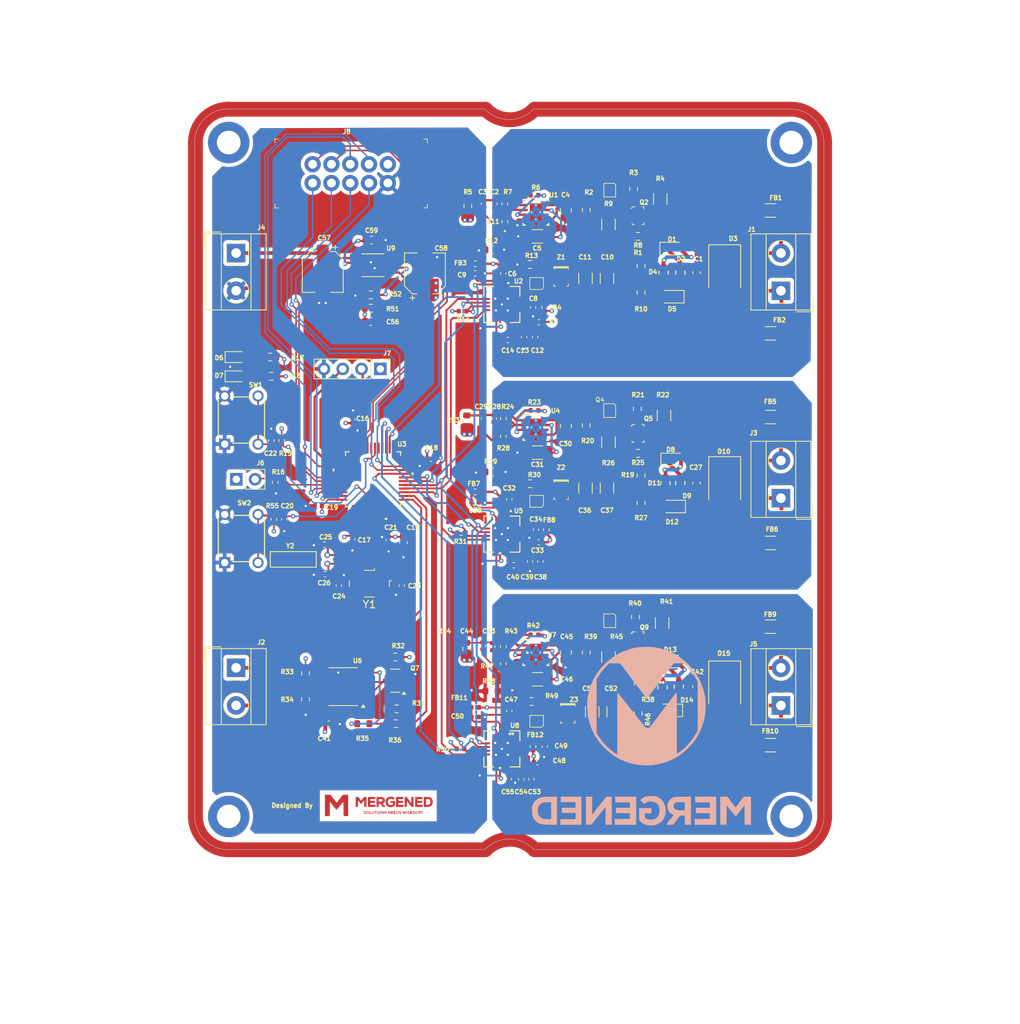
<source format=kicad_pcb>
(kicad_pcb (version 20240108) (generator "pcbnew") (generator_version "8.0")
  (layers (0 "F.Cu" signal) (1 "In1.Cu" power "GND") (2 "In2.Cu" power "POWER") (31 "B.Cu" signal) (34 "B.Paste" user) (35 "F.Paste" user) (36 "B.SilkS" user "B.Silkscreen") (37 "F.SilkS" user "F.Silkscreen") (38 "B.Mask" user) (39 "F.Mask" user) (44 "Edge.Cuts" user))
  (net 0 "")
  (net 1 "Net-(D2-A)")
  (net 2 "Net-(U1-OUT)")
  (net 3 "Net-(U1-FB)")
  (net 4 "/dac161S997RGHR/GND_LDO")
  (net 5 "Net-(U1-DELAY)")
  (net 6 "+3.3V")
  (net 7 "GND")
  (net 8 "/dac161S997RGHR/VCC_LDO")
  (net 9 "Net-(U2-VA)")
  (net 10 "Net-(U2-VD)")
  (net 11 "/dac161S997RGHR/LOOP_P")
  (net 12 "/dac161S997RGHR/LOOP_M")
  (net 13 "Net-(U2-C1)")
  (net 14 "Net-(U2-C2)")
  (net 15 "Net-(U2-C3)")
  (net 16 "Net-(U3-NRST)")
  (net 17 "Net-(U3-PD1_OSC_OUT)")
  (net 18 "Net-(U3-PD0_OSC_IN)")
  (net 19 "Net-(U3-PC14-OSC32_IN)")
  (net 20 "Net-(U3-PC15-OSC32_OUT)")
  (net 21 "Net-(D11-K)")
  (net 22 "Net-(U4-FB)")
  (net 23 "VCC_LDO_1")
  (net 24 "GND_LDO_1")
  (net 25 "Net-(U4-EN)")
  (net 26 "Net-(U4-DELAY)")
  (net 27 "Net-(U5-VA)")
  (net 28 "Net-(U5-VD)")
  (net 29 "/DAC1/LOOP_P")
  (net 30 "/DAC1/LOOP_M")
  (net 31 "Net-(U5-C1)")
  (net 32 "Net-(U5-C2)")
  (net 33 "Net-(U5-C3)")
  (net 34 "BUTTON")
  (net 35 "Net-(D13-A)")
  (net 36 "Net-(D14-A)")
  (net 37 "Net-(U7-FB)")
  (net 38 "VCC_LDO_2")
  (net 39 "GND_LDO_2")
  (net 40 "Net-(U7-EN)")
  (net 41 "Net-(U7-DELAY)")
  (net 42 "Net-(U8-VA)")
  (net 43 "Net-(U8-VD)")
  (net 44 "/DAC2/LOOP_P")
  (net 45 "/DAC2/LOOP_M")
  (net 46 "Net-(U8-C1)")
  (net 47 "Net-(U8-C2)")
  (net 48 "Net-(U8-C3)")
  (net 49 "Net-(U9-FB)")
  (net 50 "/POWER/Vin")
  (net 51 "Net-(U9-NR{slash}SS)")
  (net 52 "/dac161S997RGHR/LOOP+")
  (net 53 "/dac161S997RGHR/LOOP-")
  (net 54 "Net-(D4-A)")
  (net 55 "Net-(D6-A)")
  (net 56 "Net-(D7-A)")
  (net 57 "/DAC1/LOOP-")
  (net 58 "/DAC1/LOOP+")
  (net 59 "Net-(D11-A)")
  (net 60 "Net-(D13-K)")
  (net 61 "/DAC2/LOOP-")
  (net 62 "/DAC2/LOOP+")
  (net 63 "Net-(D16-A)")
  (net 64 "/RS485/RS485_A")
  (net 65 "/RS485/RS485_B")
  (net 66 "Net-(J6-Pin_2)")
  (net 67 "/STM32F103C8T6/CLK")
  (net 68 "/STM32F103C8T6/DIO")
  (net 69 "Net-(Q1-B)")
  (net 70 "Net-(Q1-C)")
  (net 71 "Net-(Q1-E)")
  (net 72 "Net-(Q2-E)")
  (net 73 "Net-(Q3-E)")
  (net 74 "Net-(Q3-B)")
  (net 75 "Net-(Q3-C)")
  (net 76 "Net-(Q4-C)")
  (net 77 "Net-(Q4-B)")
  (net 78 "Net-(Q4-E)")
  (net 79 "Net-(Q5-E)")
  (net 80 "Net-(Q6-E)")
  (net 81 "Net-(Q6-C)")
  (net 82 "Net-(Q6-B)")
  (net 83 "Net-(Q7-G)")
  (net 84 "Net-(Q7-D)")
  (net 85 "Net-(Q8-C)")
  (net 86 "Net-(Q8-E)")
  (net 87 "Net-(Q8-B)")
  (net 88 "Net-(Q9-E)")
  (net 89 "Net-(Q10-C)")
  (net 90 "Net-(Q10-E)")
  (net 91 "Net-(Q10-B)")
  (net 92 "Net-(U1-PG)")
  (net 93 "/STM32F103C8T6/DAC_ERR_INT")
  (net 94 "LED2")
  (net 95 "Net-(U4-PG)")
  (net 96 "/DAC1/DAC_INT_ERR1")
  (net 97 "Net-(R35-Pad2)")
  (net 98 "/RS485/UART_TX")
  (net 99 "/RS485/EN")
  (net 100 "Net-(U7-PG)")
  (net 101 "/DAC2/DAC_INT_ERR2")
  (net 103 "/DAC1/SCLK")
  (net 104 "/DAC1/SDI")
  (net 106 "/STM32F103C8T6/DAC_CS")
  (net 107 "/DAC1/SDO")
  (net 113 "/DAC1/CSB")
  (net 115 "/RS485/UART_RX")
  (net 117 "/DAC2/CSB")
  (net 123 "Net-(D12-K)")
  (net 124 "Net-(D8-K)")
  (net 125 "Net-(D1-K)")
  (net 126 "Net-(D1-A)")
  (net 128 "Net-(U4-OUT)")
  (net 129 "Net-(U7-OUT)")
  (net 131 "Net-(U1-EN)")
  (net 132 "/UART3_RX")
  (net 133 "/UART3_TX")
  (net 134 "/CAN_RX")
  (net 135 "/SDA1")
  (net 136 "/CAN_TX")
  (net 137 "/SCL1")
  (net 138 "/PB7")
  (net 139 "/PB6")
  (footprint "Resistor_SMD:R_0603_1608Metric" (layer "F.Cu") (at 185.2 78.6 90)
    (property "Reference" "R40")
    (property "Value" "24.9k")
  )
  (footprint "LED_SMD:LED_0603_1608Metric" (layer "F.Cu") (at 131.25 43.5)
    (property "Reference" "D6")
    (property "Value" "LED1")
  )
  (footprint "Resistor_SMD:R_0603_1608Metric" (layer "F.Cu") (at 140.625 86.2 -90)
    (property "Reference" "R33")
    (property "Value" "10K")
  )
  (footprint "Resistor_SMD:R_0402_1005Metric" (layer "F.Cu") (at 136.535 60.4107 -90)
    (property "Reference" "R16")
    (property "Value" "10k")
  )
  (footprint "Diode_SMD:D_SOD-323F" (layer "F.Cu") (at 190.155 35.35 180)
    (property "Reference" "D5")
    (property "Value" "BAT46WJ,115")
  )
  (footprint "Capacitor_SMD:C_0402_1005Metric" (layer "F.Cu") (at 153.6172 74.35 -90)
    (property "Reference" "C23")
    (property "Value" "27pF")
  )
  (footprint "Resistor_SMD:R_1206_3216Metric" (layer "F.Cu") (at 203.45 79.9 180)
    (property "Reference" "FB9")
    (property "Value" "600 ohm")
  )
  (footprint "Resistor_SMD:R_0603_1608Metric" (layer "F.Cu") (at 185.95 63.2 90)
    (property "Reference" "R27")
    (property "Value" "0R")
  )
  (footprint "mergened_footprints:3-HUSON(2X2)" (layer "F.Cu") (at 172.775 91.975 180)
    (property "Reference" "Q10" (hide yes))
    (property "Value" "BC55-16PA,115" (hide yes))
  )
  (footprint "Resistor_SMD:R_0603_1608Metric" (layer "F.Cu") (at 152.75 84 180)
    (property "Reference" "R32")
    (property "Value" "10K")
  )
  (footprint "TerminalBlock_MetzConnect:TerminalBlock_MetzConnect_Type101_RT01602HBWC_1x02_P5.08mm_Horizontal" (layer "F.Cu") (at 204.85 62.545 90)
    (property "Reference" "J3")
    (property "Value" "640456-2")
  )
  (footprint "TerminalBlock_MetzConnect:TerminalBlock_MetzConnect_Type101_RT01602HBWC_1x02_P5.08mm_Horizontal" (layer "F.Cu") (at 204.85 90.545 90)
    (property "Reference" "J5")
    (property "Value" "640456-2")
  )
  (footprint "Resistor_SMD:R_1206_3216Metric" (layer "F.Cu") (at 188.55 22.15 90)
    (property "Reference" "R4")
    (property "Value" "200R")
  )
  (footprint "Resistor_SMD:R_1206_3216Metric" (layer "F.Cu") (at 189.05 51.375 90)
    (property "Reference" "R22")
    (property "Value" "200R")
  )
  (footprint "Resistor_SMD:R_0603_1608Metric" (layer "F.Cu") (at 140.625 89.7 -90)
    (property "Reference" "R34")
    (property "Value" "10K")
  )
  (footprint "footprints:SOP65P490X110-9N" (layer "F.Cu") (at 149.72 31.1 180)
    (property "Reference" "U9")
    (property "Value" "TPS7A4901DGNT")
  )
  (footprint "Resistor_SMD:R_0603_1608Metric" (layer "F.Cu") (at 185.95 31.2 90)
    (property "Reference" "R1")
    (property "Value" "0R")
  )
  (footprint "Resistor_SMD:R_0402_1005Metric" (layer "F.Cu") (at 167.55 25.2 -90)
    (property "Reference" "R11")
    (property "Value" "1.13M")
  )
  (footprint "Diode_SMD:D_SMB" (layer "F.Cu") (at 197.25 32 -90)
    (property "Reference" "D3")
    (property "Value" "SM6T39CA")
  )
  (footprint "digikey-footprints:SOD-123" (layer "F.Cu") (at 176.05 91.6 -90)
    (property "Reference" "Z3")
    (property "Value" "MMSZ4686T1G")
  )
  (footprint "Diode_SMD:D_SOD-323F" (layer "F.Cu") (at 190.35 63.675 180)
    (property "Reference" "D12")
    (property "Value" "BAT46WJ,115")
  )
  (footprint "Resistor_SMD:R_0603_1608Metric" (layer "F.Cu") (at 184.85 84.6 180)
    (property "Reference" "R44")
    (property "Value" "100")
  )
  (footprint "Capacitor_SMD:C_0402_1005Metric" (layer "F.Cu") (at 172.13 68.5 180)
    (property "Reference" "C33")
    (property "Value" "2.2uF")
  )
  (footprint "footprints:DRB0008B" (layer "F.Cu") (at 171.75 53)
    (property "Reference" "U4")
    (property "Value" "TPS7A1601DRBR")
  )
  (footprint "Capacitor_SMD:C_1206_3216Metric" (layer "F.Cu") (at 178.45 61.2 90)
    (property "Reference" "C36")
    (property "Value" "0.1uF")
  )
  (footprint "Resistor_SMD:R_1206_3216Metric" (layer "F.Cu") (at 188.8 79.4 90)
    (property "Reference" "R41")
    (property "Value" "200R")
  )
  (footprint "Capacitor_SMD:C_1206_3216Metric" (layer "F.Cu") (at 171.95 87 180)
    (property "Reference" "C46")
    (property "Value" "0.1uF")
  )
  (footprint "Capacitor_SMD:C_0402_1005Metric" (layer "F.Cu") (at 166.15 22.8 -90)
    (property "Reference" "C2")
    (property "Value" "10000PF")
  )
  (footprint "Resistor_SMD:R_0402_1005Metric" (layer "F.Cu") (at 163.55 61.7 180)
    (property "Reference" "FB7")
    (property "Value" "1000 ohm")
  )
  (footprint "Resistor_SMD:R_0603_1608Metric" (layer "F.Cu") (at 170.95 31 180)
    (property "Reference" "R13")
    (property "Value" "20")
  )
  (footprint "Resistor_SMD:R_0603_1608Metric" (layer "F.Cu") (at 165.75 59)
    (property "Reference" "R29")
    (property "Value" "0R")
  )
  (footprint "Resistor_SMD:R_0402_1005Metric" (layer "F.Cu") (at 137.4 54.76 -90)
    (property "Reference" "R15")
    (property "Value" "10k")
  )
  (footprint "Package_TO_SOT_SMD:SOT-23" (layer "F.Cu") (at 152.75 87.2 180)
    (property "Reference" "Q7")
    (property "Value" "BSN20")
  )
  (footprint "Capacitor_SMD:C_0402_1005Metric" (layer "F.Cu") (at 172.15 38.8 180)
    (property "Reference" "C7")
    (property "Value" "2.2uF")
  )
  (footprint "digikey-footprints:SOT-323" (layer "F.Cu") (at 185.55 53.8)
    (property "Reference" "Q5")
    (property "Value" "MMSTA06-7-F")
  )
  (footprint "Diode_SMD:D_SMB" (layer "F.Cu") (at 197.25 88.2 -90)
    (property "Reference" "D15")
    (property "Value" "SM6T39CA")
  )
  (footprint "Capacitor_SMD:C_0805_2012Metric" (layer "F.Cu") (at 175.8 52.8 -90)
    (property "Reference" "C30")
    (property "Value" "0.47uF")
  )
  (footprint "footprints:XTAL_AB26T-32.768KHZ-6" (layer "F.Cu") (at 143.5664 70.815)
    (property "Reference" "Y2")
    (property "Value" "AB26T-32.768KHZ-6")
  )
  (footprint "footprints:mergened_footprints2.pretty" (layer "F.Cu") (at 150.35 103.2)
    (property "Reference" "G***" (hide yes))
    (property "Value" "LOGO" (hide yes))
  )
  (footprint "Capacitor_SMD:C_0402_1005Metric" (layer "F.Cu") (at 172.35 71.1 -90)
    (property "Reference" "C38")
    (property "Value" "0.39uF")
  )
  (footprint "footprints:LED_CDSU101A" (layer "F.Cu") (at 189.25 60.5 -90)
    (property "Reference" "D11")
    (property "Value" "CDSU101A")
  )
  (footprint "Capacitor_SMD:C_0402_1005Metric" (layer "F.Cu") (at 137.75 65.4 -90)
    (property "Reference" "C20")
    (property "Value" "100nF")
  )
  (footprint "Capacitor_SMD:C_1206_3216Metric" (layer "F.Cu") (at 182.25 91.4 90)
    (property "Reference" "C52")
    (property "Value" "1uF")
  )
  (footprint "Capacitor_SMD:C_0402_1005Metric" (layer "F.Cu") (at 151.85 68.22 -90)
    (property "Reference" "C21")
    (property "Value" "100nF")
  )
  (footprint "Capacitor_SMD:C_0402_1005Metric" (layer "F.Cu") (at 136 54.76 90)
    (property "Reference" "C22")
    (property "Value" "100nF")
  )
  (footprint "Resistor_SMD:R_1206_3216Metric" (layer "F.Cu") (at 203.45 95.9 180)
    (property "Reference" "FB10")
    (property "Value" "600 ohm")
  )
  (footprint "Resistor_SMD:R_1206_3216Metric" (layer "F.Cu") (at 203.45 40.3 180)
    (property "Reference" "FB2")
    (property "Value" "600 ohm")
  )
  (footprint "footprints:DRB0008B" (layer "F.Cu") (at 171.75 23.95)
    (property "Reference" "U1")
    (property "Value" "TPS7A1601DRBR")
  )
  (footprint "Capacitor_SMD:C_0402_1005Metric" (layer "F.Cu") (at 168.05 100.5 -90)
    (property "Reference" "C55")
    (property "Value" "1000pF")
  )
  (footprint "Capacitor_SMD:C_0402_1005Metric" (layer "F.Cu") (at 169.75 100.5 -90)
    (property "Reference" "C54")
    (property "Value" "0.22uF")
  )
  (footprint "Capacitor_SMD:C_0402_1005Metric" (layer "F.Cu") (at 163.53 92.1)
    (property "Reference" "C50")
    (property "Value" "0.1uF")
  )
  (footprint "Resistor_SMD:R_0402_1005Metric" (layer "F.Cu") (at 171.35 96.1 90)
    (property "Reference" "FB12")
    (property "Value" "1000 ohm")
  )
  (footprint "Resistor_SMD:R_0603_1608Metric" (layer "F.Cu") (at 149.45 36.9)
    (property "Reference" "R51")
    (property "Value" "18K")
  )
  (footprint "Package_SO:SOIC-8_3.9x4.9mm_P1.27mm" (layer "F.Cu") (at 145.725 88 180)
    (property "Reference" "U6")
    (property "Value" "Max3075EESA")
  )
  (footprint "digikey-footprints:SOD-123" (layer "F.Cu") (at 175.15 61.4 -90)
    (property "Reference" "Z2")
    (property "Value" "MMSZ4686T1G")
  )
  (footprint "Crystal:Crystal_SMD_EuroQuartz_MJ-4Pin_5.0x3.2mm" (layer "F.Cu") (at 149.25 74.1 180)
    (property "Reference" "Y1")
    (property "Value" "XD8M000000S418")
  )
  (footprint "Resistor_SMD:R_0402_1005Metric" (layer "F.Cu") (at 136.35 65.4 90)
    (property "Reference" "R55")
    (property "Value" "10k")
  )
  (footprint "MountingHole:MountingHole_3.2mm_M3_DIN965_Pad" (layer "F.Cu") (at 130.249998 14.524998)
    (property "Reference" "H1")
    (property "Value" "MountingHole")
  )
  (footprint "Resistor_SMD:R_1206_3216Metric" (layer "F.Cu") (at 203.45 23.7 180)
    (property "Reference" "FB1")
    (property "Value" "600 ohm")
  )
  (footprint "Capacitor_SMD:C_0402_1005Metric" (layer "F.Cu") (at 143.77 93)
    (property "Reference" "C41")
    (property "Value" "100nF")
  )
  (footprint "Resistor_SMD:R_0603_1608Metric" (layer "F.Cu") (at 162.55 23.1 -90)
    (property "Reference" "R5")
    (property "Value" "0R")
  )
  (footprint "mergened_footprints:3-HUSON(2X2)" (layer "F.Cu") (at 181.025 20.025 -90)
    (property "Reference" "Q1" (hide yes))
    (property "Value" "BC55-16PA,115" (hide yes))
  )
  (footprint "mergened_footprints:3-HUSON(2X2)" (layer "F.Cu") (at 172.775 62.275 180)
    (property "Reference" "Q6" (hide yes))
    (property "Value" "BC55-16PA,115" (hide yes))
  )
  (footprint "Capacitor_SMD:C_0402_1005Metric" (layer "F.Cu") (at 143.1664 68.815 180)
    (property "Reference" "C25")
    (property "Value" "8pF")
  )
  (footprint "Capacitor_SMD:C_0402_1005Metric" (layer "F.Cu") (at 168.15 62.7 90)
    (property "Reference" "C32")
    (property "Value" "2.2uF")
  )
  (footprint "Resistor_SMD:R_0402_1005Metric" (layer "F.Cu") (at 161.85 37.3)
    (property "Reference" "R14")
    (property "Value" "10k")
  )
  (footprint "Capacitor_SMD:C_0805_2012Metric" (layer "F.Cu") (at 175.8 23.7 -90)
    (property "Reference" "C4")
    (property "Value" "0.47uF")
  )
  (footprint "Capacitor_SMD:CP_Elec_5x5.4" (layer "F.Cu") (at 142.95 32 -90)
    (property "Reference" "C57")
    (property "Value" "10uF/35V")
  )
  (footprint "footprints:pushbutton" (layer "F.Cu") (at 134.2106 64.75 90)
    (property "Reference" "SW2")
    (property "Value" "SW_Push")
  )
  (footprint "footprints:RGH16_TEX" (layer "F.Cu") (at 167.15 36.4 -90)
    (property "Reference" "U2")
    (property "Value" "DAC161S997RGHR" (hide yes))
  )
  (footprint "Capacitor_SMD:C_0402_1005Metric" (layer "F.Cu") (at 171.35 36.8 -90)
    (property "Reference" "C8")
    (property "Value" "0.1uF")
  )
  (footprint "Diode_SMD:D_SMB" (layer "F.Cu") (at 197.25 60.6 -90)
    (property "Reference" "D10")
    (property "Value" "SM6T39CA")
  )
  (footprint "digikey-footprints:SOT-323" (layer "F.Cu") (at 185.55 24.4)
    (property "Reference" "Q2")
    (property "Value" "MMSTA06-7-F")
  )
  (footprint "footprints:pushbutton" (layer "F.Cu") (at 134.2106 48.75 90)
    (property "Reference" "SW1")
    (property "Value" "SW_Push")
  )
  (footprint "MountingHole:MountingHole_3.2mm_M3_DIN965_Pad" (layer "F.Cu") (at 130.249998 105.525002)
    (property "Reference" "H2")
    (property "Value" "MountingHole")
  )
  (footprint "Capacitor_SMD:C_0402_1005Metric" (layer "F.Cu") (at 166.05 51.8 -90)
    (property "Reference" "C28")
    (property "Value" "10000PF")
  )
  (footprint "Capacitor_SMD:C_0402_1005Metric" (layer "F.Cu") (at 146.95 68.1 -90)
    (property "Reference" "C17")
    (property "Value" "100nF")
  )
  (footprint "Resistor_SMD:R_0603_1608Metric" (layer "F.Cu") (at 149.45 35.1 180)
    (property "Reference" "R52")
    (property "Value" "10K")
  )
  (footprint "Resistor_SMD:R_0402_1005Metric" (layer "F.Cu") (at 161.65 67.2)
    (property "Reference" "R31")
    (property "Value" "10k")
  )
  (footprint "Resistor_SMD:R_1206_3216Metric" (layer "F.Cu") (at 181.55 55 -90)
    (property "Reference" "R26")
    (property "Value" "49.9")
  )
  (footprint "Capacitor_SMD:C_0402_1005Metric" (layer "F.Cu") (at 170.15 40.8 -90)
    (property "Reference" "C13")
    (property "Value" "0.22uF")
  )
  (footprint "Capacitor_SMD:C_0402_1005Metric" (layer "F.Cu") (at 164.75 22.8 -90)
    (property "Reference" "C3")
    (property "Value" "2.2uF")
  )
  (footprint "Resistor_SMD:R_0603_1608Metric" (layer "F.Cu") (at 170.95 60.6 180)
    (property "Reference" "R30")
    (property "Value" "20")
  )
  (footprint "Resistor_SMD:R_0603_1608Metric" (layer "F.Cu") (at 185.55 27.2 180)
    (property "Reference" "R8")
    (property "Value" "100")
  )
  (footprint "Resistor_SMD:R_0603_1608Metric" (layer "F.Cu") (at 165.75 88.6)
    (property "Reference" "R48")
    (property "Value" "0R")
  )
  (footprint "Capacitor_SMD:C_1206_3216Metric" (layer "F.Cu") (at 171.95 27.2 180)
    (property "Reference" "C5")
    (property "Value" "0.1uF")
  )
  (footprint "Capacitor_SMD:C_1206_3216Metric" (layer "F.Cu") (at 181.35 32.9 90)
    (property "Reference" "C10")
    (property "Value" "0.1uF")
  )
  (footprint "Resistor_SMD:R_0603_1608Metric" (layer "F.Cu") (at 185.55 87.6 90)
    (property "Reference" "R38")
    (property "Value" "0R")
  )
  (footprint "LED_SMD:LED_0603_1608Metric" (layer "F.Cu") (at 131.25 46.1)
    (property "Reference" "D7")
    (property "Value" "LED2")
  )
  (footprint "Resistor_SMD:R_0603_1608Metric" (layer "F.Cu") (at 185.55 56.5 180)
    (property "Reference" "R25")
    (property "Value" "100")
  )
  (footprint "Capacitor_SMD:C_0603_1608Metric" (layer "F.Cu") (at 193.45 32.1 -90)
    (property "Reference" "C1")
    (property "Value" "0.01uF")
  )
  (footprint "Resistor_SMD:R_0402_1005Metric" (layer "F.Cu") (at 167.55 22.8 -90)
    (property "Reference" "R7")
    (property "Value" "2M")
  )
  (footprint "Capacitor_SMD:C_0402_1005Metric" (layer "F.Cu") (at 168.75 71.6)
    (property "Reference" "C40")
    (property "Value" "1000pF")
  )
  (footprint "Resistor_SMD:R_1206_3216Metric" (layer "F.Cu") (at 181.55 84 -90)
    (property "Reference" "R45")
    (property "Value" "49.9")
  )
  (footprint "Resistor_SMD:R_0402_1005Metric" (layer "F.Cu") (at 167.35 84.9 -90)
    (property "Reference" "R47")
    (property "Value" "1.13M")
  )
  (footprint "Capacitor_SMD:C_1206_3216Metric" (layer "F.Cu") (at 171.95 56.4 180)
    (property "Reference" "C31")
    (property "Value" "0.1uF")
  )
  (footprint "footprints:LED_CDSU101A" (layer "F.Cu") (at 189 32.1 -90)
    (property "Reference" "D4")
    (property "Value" "CDSU101A")
  )
  (footprint "Capacitor_SMD:C_0402_1005Metric" (layer "F.Cu") (at 143.23 72.815 180)
    (property "Reference" "C26")
    (property "Value" "8pF")
  )
  (footprint "Resistor_SMD:R_0603_1608Metric" (layer "F.Cu") (at 185.55 91.6 -90)
    (property "Reference" "R46")
    (property "Value" "0R")
  )
  (footprint "Connector_PinHeader_2.54mm:PinHeader_1x02_P2.54mm_Vertical" (layer "F.Cu") (at 131.275 60 90)
    (property "Reference" "J6")
    (property "Value" "Conn_01x02_Pin")
  )
  (footprint "Capacitor_SMD:C_1206_3216Metric" (layer "F.Cu") (at 181.35 61.2 90)
    (property "Reference" "C37")
    (property "Value" "1uF")
  )
  (footprint "Diode_SMD:D_SOD-323F" (layer "F.Cu") (at 189.95 84.6)
    (property "Reference" "D13")
    (property "Value" "BAT46WJ,115")
  )
  (footprint "Resistor_SMD:R_1206_3216Metric" (layer "F.Cu") (at 203.45 68.6 180)
    (property "Reference" "FB6")
    (property "Value" "600 ohm")
  )
  (footprint "Resistor_SMD:R_0603_1608Metric" (layer "F.Cu") (at 184.95 20.8 90)
    (property "Reference" "R3")
    (property "Value" "24.9k")
  )
  (footprint "Resistor_SMD:R_0402_1005Metric" (layer "F.Cu") (at 163.55 90.8 180)
    (property "Reference" "FB11")
    (property "Value" "1000 ohm")
  )
  (footprint "Resistor_SMD:R_0402_1005Metric" (layer "F.Cu") (at 163.55 30.9 180)
    (property "Reference" "FB3")
    (property "Value" "1000 ohm")
  )
  (footprint "Capacitor_SMD:C_0603_1608Metric" (layer "F.Cu") (at 149.55 27.7)
    (property "Reference" "C59")
    (property "Value" "10nF")
  )
  (footprint "footprints:RGH16_TEX" (layer "F.Cu") (at 167.15 67.4 -90)
    (property "Reference" "U5")
    (property "Value" "DAC161S997RGHR")
  )
  (footprint "Resistor_SMD:R_0402_1005Metric" (layer "F.Cu") (at 171.55 81)
    (property "Reference" "R42")
    (property "Value" "1M")
  )
  (footprint "footprints:LED_CDSU101A" (layer "F.Cu") (at 191.25 60.5 -90)
    (property "Reference" "D9")
    (property "Value" "CDSU101A")
  )
  (footprint "Capacitor_SMD:C_0402_1005Metric" (layer "F.Cu") (at 163.53 63.1)
    (property "Reference" "C35")
    (property "Value" "0.1uF")
  )
  (footprint "Resistor_SMD:R_0402_1005Metric" (layer "F.Cu") (at 161.56 96.4)
    (property "Reference" "R50")
    (property "Value" "10k")
  )
  (footprint "Diode_SMD:D_SOD-323F" (layer "F.Cu") (at 190.1 28.85)
    (property "Reference" "D1")
    (property "Value" "BAT46WJ,115")
  )
  (footprint "Resistor_SMD:R_1206_3216Metric" (layer "F.Cu") (at 181.55 25.6 -90)
    (property "Reference" "R9")
    (property "Value" "49.9")
  )
  (footprint "Resistor_SMD:R_0603_1608Metric" (layer "F.Cu") (at 185.95 34.8 90)
    (property "Reference" "R10")
    (property "Value" "0R")
  )
  (footprint "Resistor_SMD:R_0402_1005Metric" (layer "F.Cu") (at 171.55 50.7)
    (property "Reference" "R23")
    (property "Value" "1M")
  )
  (footprint "Capacitor_SMD:C_0402_1005Metric" (layer "F.Cu") (at 171.65 40.8 -90)
    (property "Reference" "C12")
    (property "Value" "0.39uF")
  )
  (footprint "Capacitor_SMD:C_1206_3216Metric" (layer "F.Cu") (at 179.35 91.4 90)
    (property "Reference" "C51")
    (property "Value" "0.1uF")
  )
  (footprint "Resistor_SMD:R_0402_1005Metric" (layer "F.Cu") (at 172.95 36.8 90)
    (property "Reference" "FB4")
    (property "Value" "1000 ohm")
  )
  (footprint "Resistor_SMD:R_0603_1608Metric" (layer "F.Cu") (at 162.4 52.2 -90)
    (property "Reference" "R53")
    (property "Value" "0R")
  )
  (footprint "Resistor_SMD:R_0603_1608Metric" (layer "F.Cu") (at 152.825 93 180)
    (property "Reference" "R36")
    (property "Value" "0R")
  )
  (footprint "Capacitor_SMD:C_0402_1005Metric" (layer "F.Cu") (at 172.95 96.1 -90)
    (property "Reference" "C49")
    (property "Value" "0.1uF")
  )
  (footprint "Capacitor_SMD:C_0402_1005Metric" (layer "F.Cu") (at 164.75 51.8 -90)
    (property "Reference" "C29")
    (property "Value" "2.2uF")
  )
  (footprint "digikey-footprints:PinHeader_2x5_P2.54mm_Drill1.2mm" (layer "F.Cu") (at 141.585 17.46)
    (property "Reference" "J8")
    (property "Value" "302-S101")
  )
  (footprint "Capacitor_SMD:CP_Elec_5x5.4" (layer "F.Cu") (at 156.75 32.2 90)
    (property "Reference" "C58")
    (property "Value" "10uF/35V")
  )
  (footprint "footprints:RGH16_TEX" (layer "F.Cu") (at 167.15 96.4 -90)
    (property "Reference" "U8")
    (property "Value" "DAC161S997RGHR")
  )
  (footprint "Resistor_SMD:R_0402_1005Metric" (layer "F.Cu") (at 167.35 82.6 -90)
    (property "Reference" "R43")
    (property "Value" "2M")
  )
  (footprint "Resistor_SMD:R_1206_3216Metric" (layer "F.Cu") (at 203.45 51.6 180)
    (property "Reference" "FB5")
    (property "Value" "600 ohm")
  )
  (footprint "TerminalBlock_MetzConnect:TerminalBlock_MetzConnect_Type101_RT01602HBWC_1x02_P5.08mm_Horizontal" (layer "F.Cu") (at 131.25 29.455 -90)
    (property "Reference" "J4")
    (property "Value" "640456-2")
  )
  (footprint "Capacitor_SMD:C_0402_1005Metric" (layer "F.Cu") (at 168.15 91.3 90)
    (property "Reference" "C47")
    (property "Value" "2.2uF")
  )
  (footprint "footprints:LQFP48_STM" (layer "F.Cu") (at 149.75 60 90)
    (property "Reference" "U3")
    (property "Value" "STM32F103C8T6")
  )
  (footprint "Capacitor_SMD:C_0603_1608Metric" (layer "F.Cu") (at 193.45 88 -90)
    (property "Reference" "C42")
    (property "Value" "0.01uF")
  )
  (footprint "TerminalBlock_MetzConnect:TerminalBlock_MetzConnect_Type101_RT01602HBWC_1x02_P5.08mm_Horizontal" (layer "F.Cu") (at 131.25 85.455 -90)
    (property "Reference" "J2")
    (property "Value" "640456-2")
  )
  (footprint "Resistor_SMD:R_0603_1608Metric" (layer "F.Cu") (at 185.45 50.5 90)
    (property "Reference" "R21")
    (property "Value" "24.9k")
  )
  (footprint "Resistor_SMD:R_0402_1005Metric" (layer "F.Cu") (at 167.35 54.2 -90)
    (property "Reference" "R28")
    (property "Value" "1.13M")
  )
  (footprint "Connector_PinHeader_2.54mm:PinHeader_1x04_P2.54mm_Vertical" (layer "F.Cu") (at 150.73 45.1 -90)
    (property "Reference" "J7")
    (property "Value" "Conn_01x04_Pin")
  )
  (footprint "footprints:DRB0008B" (layer "F.Cu") (at 171.75 83.4)
    (property "Reference" "U7")
    (property "Value" "TPS7A1601DRBR")
  )
  (footprint "Capacitor_SMD:C_0402_1005Metric" (layer "F.Cu") (at 171.95 98.2)
    (property "Reference" "C48")
    (property "Value" "2.2uF")
  )
  (footprint "Resistor_SMD:R_0603_1608Metric" (layer "F.Cu") (at 185.95 59.5 90)
    (property "Reference" "R19")
    (property "Value" "0R")
  )
  (footprint "digikey-footprints:SOT-323" (layer "F.Cu") (at 185.55 81.8)
    (property "Reference" "Q9")
    (property "Value" "MMSTA06-7-F")
  )
  (footprint "Diode_SMD:D_SOD-323F" (layer "F.Cu") (at 189.95 91.2 180)
    (property "Reference" "D17")
    (property "Value" "BAT46WJ,115")
  )
  (footprint "Capacitor_SMD:C_0805_2012Metric" (layer "F.Cu") (at 175.8 83.4 -90)
    (property "Reference" "C45")
    (property "Value" "0.47uF")
  )
  (footprint "Diode_SMD:D_SOD-323F" (layer "F.Cu") (at 190.25 57.325)
    (property "Reference" "D8")
    (property "Value" "BAT46WJ,115")
  )
  (footprint "footprints:LED_CDSU101A" (layer "F.Cu") (at 191.25 32.1 -90)
    (property "Reference" "D2")
    (property "Value" "CDSU101A")
  )
  (footprint "MountingHole:MountingHole_3.2mm_M3_DIN965_Pad" (layer "F.Cu") (at 206.25 14.5308)
    (property "Reference" "H4")
    (property "Value" "MountingHole")
  )
  (footprint "Capacitor_SMD:C_0402_1005Metric" (layer "F.Cu") (at 170.95 71.1 -90)
    (property "Reference" "C39")
    (property "Value" "0.22uF")
  )
  (footprint "Resistor_SMD:R_0402_1005Metric" (layer "F.Cu") (at 173.15 66.8 90)
    (property "Reference" "FB8")
    (property "Value" "1000 ohm")
  )
  (footprint "Resistor_SMD:R_0402_1005Metric" (layer "F.Cu") (at 167.35 51.8 -90)
    (property "Reference" "R24")
    (property "Value" "2M")
  )
  (footprint "Resistor_SMD:R_0603_1608Metric" (layer "F.Cu") (at 148.425 93)
    (property "Reference" "R35")
    (property "Value" "0R")
  )
  (footprint "footprints:LED_CDSU101A" (layer "F.Cu") (at 188.85 88.1 -90)
    (property "Reference" "D16")
    (property "Value" "CDSU101A")
  )
  (footprint "Capacitor_SMD:C_0402_1005Metric" (layer "F.Cu") (at 165.85 82.6 -90)
    (property "Reference" "C43")
    (property "Value" "10000PF")
  )
  (footprint "mergened_footprints:3-HUSON(2X2)" (layer "F.Cu") (at 172.775 32.875 180)
    (property "Reference" "Q3" (hide yes))
    (property "Value" "BC55-16PA,115" (hide yes))
  )
  (footprint "Resistor_SMD:R_0603_1608Metric" (layer "F.Cu") (at 135.85 43.5 180)
    (property "Reference" "R17")
    (property "Value" "1k5")
  )
  (footprint "Resistor_SMD:R_0603_1608Metric" (layer "F.Cu") (at 178.55 52.7 -90)
    (property "Reference" "R20")
    (property "Value" "0R")
  )
  (footprint "Resistor_SMD:R_0603_1608Metric" (layer "F.Cu") (at 165.75 29)
    (property "Reference" "R12")
    (property "Value" "0R")
  )
  (footprint "Capacitor_SMD:C_0402_1005Metric" (layer "F.Cu") (at 163.53 32.2)
    (property "Reference" "C9")
    (property "Value" "0.1uF")
  )
  (footprint "mergened_footprints:3-HUSON(2X2)" (layer "F.Cu") (at 181.025 49.8 -90)
    (property "Reference" "Q4")
    (property "Value" "BC55-16PA,115" (hide yes))
  )
  (footprint "MountingHole:MountingHole_3.2mm_M3_DIN965_Pad" (layer "F.Cu") (at 206.25 105.51556)
    (property "Reference" "H3")
    (property "Value" "MountingHole")
  )
  (footprint "Resistor_SMD:R_0603_1608Metric" (layer "F.Cu") (at 152.925 91)
    (property "Reference" "R37")
    (property "Value" "0R")
  )
  (footprint "Capacitor_SMD:C_0603_1608Metric" (layer "F.Cu") (at 149.45 38.7)
    (property "Reference" "C56")
    (property "Value" "10nF")
  )
  (footprint "Capacitor_SMD:C_0402_1005Metric" (layer "F.Cu") (at 146.95 51.92 90)
    (property "Reference" "C16")
    (property "Value" "100nF")
  )
  (footprint "mergened_footprints:3-HUSON(2X2)" (layer "F.Cu") (at 181.025 78.175 -90)
    (property "Reference" "Q8" (hide yes))
    (property "Value" "BC55-16PA,115" (hide yes))
  )
  (footprint "Capacitor_SMD:C_0603_1608Metric" (layer "F.Cu") (at 193.45 60.5 -90)
    (property "Reference" "C27")
    (property "Value" "0.01uF")
  )
  (footprint "Resistor_SMD:R_0603_1608Metric" (layer "F.Cu") (at 178.55 23.65 -90)
    (property "Reference" "R2")
    (property "Value" "0R")
  )
  (footprint "Capacitor_SMD:C_0402_1005Metric" (layer "F.Cu") (at 164.55 82.5 -90)
    (property "Reference" "C44")
    (property "Value" "2.2uF")
  )
  (footprint "Capacitor_SMD:C_0402_1005Metric" (layer "F.Cu") (at 157.55 57.2)
    (property "Reference" "C18")
    (property "Value" "100nF")
  )
  (footprint "digikey-footprints:SOD-123" (layer "F.Cu") (at 175.15 32.6 -90)
    (property "Reference" "Z1")
    (property "Value" "MMSZ4686T1G")
  )
  (footprint "Capacitor_SMD:C_0402_1005Metric" (layer "F.Cu") (at 145.1172 74.35 90)
    (property "Reference" "C24")
    (property "Value" "27pF")
  )
  (footprint "Capacitor_SMD:C_0402_1005Metric" (layer "F.Cu") (at 167.35 32.2 90)
    (property "Reference" "C6")
    (property "Value" "2.2uF")
  )
  (footprint "Resistor_SMD:R_0402_1005Metric" (layer "F.Cu") (at 171.55 21.65)
    (property "Reference" "R6")
    (property "Value" "1M")
  )
  (footprint "footprints:LED_CDSU101A" (layer "F.Cu") (at 191.05 88 -90)
    (property "Reference" "D14")
    (property "Value" "CDSU101A")
  )
  (footprint "Resistor_SMD:R_0603_1608Metric" (layer "F.Cu") (at 135.975 46.1 180)
    (property "Reference" "R18")
    (property "Value" "1k5")
  )
  (footprint "Capacitor_SMD:C_0402_1005Metric" (layer "F.Cu") (at 171.75 66.8 -90)
    (property "Reference" "C34")
    (property "Value" "0.1uF")
  )
  (footprint "TerminalBlock_MetzConnect:TerminalBlock_MetzConnect_Type101_RT01602HBWC_1x02_P5.08mm_Horizontal" (layer "F.Cu") (at 204.85 34.545 90)
    (property "Reference" "J1")
    (property "Value" "640456-2")
  )
  (footprint "Capacitor_SMD:C_0402_1005Metric" (layer "F.Cu") (at 167.95 41.2)
    (property "Reference" "C14")
    (property "Value" "1000pF")
  )
  (footprint "Resistor_SMD:R_0603_1608Metric" (layer "F.Cu") (at 171.15 90 180)
    (property "Reference" "R49")
    (property "Value" "20")
  )
  (footprint "Resistor_SMD:R_0603_1608Metric" (layer "F.Cu") (at 162.4 82.9 -90)
    (property "Reference" "R54")
    (property "Value" "0R")
  )
  (footprint "Capacitor_SMD:C_0402_1005Metric" (layer "F.Cu") (at 142.35 63.6 180)
    (property "Reference" "C19")
    (property "Value" "100nF")
  )
  (footprint "Capacitor_SMD:C_1206_3216Metric" (layer "F.Cu") (at 178.45 32.9 90)
    (property "Reference" "C11")
    (property "Value" "1uF")
  )
  (footprint "Resistor_SMD:R_0603_1608Metric" (layer "F.Cu") (at 178.55 83.4 -90)
    (property "Reference" "R39")
    (property "Value" "0R")
  )
  (footprint "Capacitor_SMD:C_0603_1608Metric" (layer "F.Cu") (at 153.85 68.54 -90)
    (property "Reference" "C15")
    (property "Value" "4.7uF")
  )
  (footprint "Capacitor_SMD:C_0402_1005Metric" (layer "F.Cu") (at 171.15 100.5 -90)
    (property "Reference" "C53")
    (property "Value" "0.39uF")
  )
  (footprint "footprints:mergened_footprints3.pretty" (layer "B.Cu") (at 186.4 95.75 180)
    (property "Reference" "G***")
    (property "Value" "LOGO" (hide yes))
  )
  (gr_arc (start 171.569799 10.030764) (mid 168.25 11.45) (end 164.928633 10.034438) (stroke (width 2)) (layer "F.Cu") (net 7))
  (gr_arc (start 164.930201 110.019236) (mid 168.25 108.6) (end 171.571367 110.015562) (stroke (width 2)) (layer "F.Cu") (net 7))
  (gr_line (start 125.75 14.525) (end 125.75 105.525) (stroke (width 2)) (layer "F.Cu") (net 7))
  (gr_arc (start 125.75 14.525) (mid 127.068019 11.343019) (end 130.25 10.025) (stroke (width 2)) (layer "F.Cu") (net 7))
  (gr_line (start 210.75 105.515562) (end 210.75 14.530764) (stroke (width 2)) (layer "F.Cu") (net 7))
  (gr_line (start 171.571367 110.015562) (end 206.25 110.015562) (stroke (width 2)) (layer "F.Cu") (net 7))
  (gr_line (start 130.25 10.034438) (end 164.928633 10.034438) (stroke (width 2)) (layer "F.Cu") (net 7))
  (gr_arc (start 210.75 105.515562) (mid 209.43198 108.697541) (end 206.25 110.015562) (stroke (width 2)) (layer "F.Cu") (net 7))
  (gr_line (start 130.25 110.025) (end 164.930201 110.025) (stroke (width 2)) (layer "F.Cu") (net 7))
  (gr_line (start 171.569799 10.030764) (end 206.25 10.030764) (stroke (width 2)) (layer "F.Cu") (net 7))
  (gr_arc (start 130.25 110.025) (mid 127.068019 108.706981) (end 125.75 105.525) (stroke (width 2)) (layer "F.Cu") (net 7))
  (gr_arc (start 206.25 10.030764) (mid 209.431993 11.348781) (end 210.75 14.530764) (stroke (width 2)) (layer "F.Cu") (net 7))
  (gr_arc (start 125.65 14.501837) (mid 126.968019 11.319856) (end 130.15 10.001837) (stroke (width 0.05)) (layer "Edge.Cuts"))
  (gr_line (start 171.471367 109.992399) (end 206.15 109.992399) (stroke (width 0.05)) (layer "Edge.Cuts"))
  (gr_line (start 130.15 110.001837) (end 164.830201 110.001837) (stroke (width 0.05)) (layer "Edge.Cuts"))
  (gr_line (start 210.65 105.492399) (end 210.65 14.507601) (stroke (width 0.05)) (layer "Edge.Cuts"))
  (gr_arc (start 206.15 10.007601) (mid 209.331981 11.32562) (end 210.65 14.507601) (stroke (width 0.05)) (layer "Edge.Cuts"))
  (gr_arc (start 171.469799 10.007601) (mid 168.15 11.426837) (end 164.828633 10.011275) (stroke (width 0.05)) (layer "Edge.Cuts"))
  (gr_arc (start 130.15 110.001837) (mid 126.968019 108.683818) (end 125.65 105.501837) (stroke (width 0.05)) (layer "Edge.Cuts"))
  (gr_line (start 171.469799 10.007601) (end 206.15 10.007601) (stroke (width 0.05)) (layer "Edge.Cuts"))
  (gr_arc (start 210.65 105.492399) (mid 209.331981 108.67438) (end 206.15 109.992399) (stroke (width 0.05)) (layer "Edge.Cuts"))
  (gr_arc (start 164.830201 109.996073) (mid 168.15 108.576837) (end 171.471367 109.992399) (stroke (width 0.05)) (layer "Edge.Cuts"))
  (gr_line (start 125.65 14.501837) (end 125.65 105.501837) (stroke (width 0.05)) (layer "Edge.Cuts"))
  (gr_line (start 130.15 10.001837) (end 164.828633 10.001837) (stroke (width 0.05)) (layer "Edge.Cuts"))
  (gr_text "Designed By \n" (at 135.95 104.4 0) (layer "F.SilkS") (effects (font (size 0.6 0.6) (thickness 0.15) (bold yes)) (justify left bottom)))
  (segment (start 191.25 34.3) (end 192.3 35.35) (width 0.5) (layer "F.Cu") (net 1))
  (segment (start 201.9875 40.3) (end 197.25 40.3) (width 0.5) (layer "F.Cu") (net 1))
  (segment (start 193.45 36.5) (end 192.3 35.35) (width 0.5) (layer "F.Cu") (net 1))
  (segment (start 193.45 36.5) (end 193.45 32.875) (width 0.5) (layer "F.Cu") (net 1))
  (segment (start 191.25 32.8747) (end 191.25 34.3) (width 0.5) (layer "F.Cu") (net 1))
  (segment (start 197.25 40.3) (end 193.45 36.5) (width 0.5) (layer "F.Cu") (net 1))
  (segment (start 192.3 35.35) (end 191.255 35.35) (width 0.5) (layer "F.Cu") (net 1))
  (segment (start 164.75 22.32) (end 162.595 22.32) (width 0.3) (layer "F.Cu") (net 2))
  (segment (start 169.224998 22.974998) (end 168.55 22.3) (width 0.3) (layer "F.Cu") (net 2))
  (segment (start 167.55 22.29) (end 166.18 22.29) (width 0.3) (layer "F.Cu") (net 2))
  (segment (start 162.595 22.32) (end 162.55 22.275) (width 0.3) (layer "F.Cu") (net 2))
  (segment (start 171.04 21.65) (end 169.2 21.65) (width 0.3) (layer "F.Cu") (net 2))
  (segment (start 166.15 22.32) (end 164.75 22.32) (width 0.3) (layer "F.Cu") (net 2))
  (segment (start 166.18 22.29) (end 166.15 22.32) (width 0.3) (layer "F.Cu") (net 2))
  (segment (start 168.55 22.3) (end 168.54 22.29) (width 0.3) (layer "F.Cu") (net 2))
  (segment (start 169.2 21.65) (end 168.55 22.3) (width 0.3) (layer "F.Cu") (net 2))
  (segment (start 168.54 22.29) (end 167.55 22.29) (width 0.3) (layer "F.Cu") (net 2))
  (segment (start 170.349998 22.974998) (end 169.224998 22.974998) (width 0.3) (layer "F.Cu") (net 2))
  (segment (start 167.55 23.31) (end 166.18 23.31) (width 0.3) (layer "F.Cu") (net 3))
  (segment (start 170.349998 23.624999) (end 168.574999 23.624999) (width 0.3) (layer "F.Cu") (net 3))
  (segment (start 168.574999 23.624999) (end 168.26 23.31) (width 0.3) (layer "F.Cu") (net 3))
  (segment (start 166.18 23.31) (end 166.15 23.28) (width 0.3) (layer "F.Cu") (net 3))
  (segment (start 167.55 23.31) (end 167.55 24.69) (width 0.3) (layer "F.Cu") (net 3))
  (segment (start 168.26 23.31) (end 167.55 23.31) (width 0.3) (layer "F.Cu") (net 3))
  (segment (start 171.65 41.28) (end 171.65 42) (width 0.25) (layer "F.Cu") (net 4))
  (segment (start 171.375 37.305) (end 171.35 37.28) (width 0.25) (layer "F.Cu") (net 4))
  (segment (start 171.375 38) (end 171.375 37.305) (width 0.25) (layer "F.Cu") (net 4))
  (segment (start 167.900001 34.500001) (end 167.900001 33.624999) (width 0.25) (layer "F.Cu") (net 4))
  (segment (start 170.349998 24.924999) (end 169.305001 24.924999) (width 0.3) (layer "F.Cu") (net 4))
  (segment (start 168.45 42.1) (end 168.75 42.4) (width 0.25) (layer "F.Cu") (net 4))
  (segment (start 171.67 38.295) (end 171.67 38.8) (width 0.25) (layer "F.Cu") (net 4))
  (segment (start 171.375 38) (end 171.67 38.295) (width 0.25) (layer "F.Cu") (net 4))
  (segment (start 164.75 24.2) (end 166.26 25.71) (width 0.25) (layer "F.Cu") (net 4))
  (segment (start 167.55 25.78) (end 167.55 26.5) (width 0.3) (layer "F.Cu") (net 4))
  (segment (start 171.65 42) (end 171.25 42.4) (width 0.25) (layer "F.Cu") (net 4))
  (segment (start 170.15 41.28) (end 170.15 42.4) (width 0.25) (layer "F.Cu") (net 4))
  (segment (start 166.26 25.71) (end 167.55 25.71) (width 0.25) (layer "F.Cu") (net 4))
  (segment (start 175.85 24.88) (end 175.85 25.6) (width 0.5) (layer "F.Cu") (net 4))
  (segment (start 168.75 42.4) (end 170.15 42.4) (width 0.25) (layer "F.Cu") (net 4))
  (segment (start 167.900001 33.624999) (end 168.025 33.5) (width 0.25) (layer "F.Cu") (net 4))
  (segment (start 168.45 41.28) (end 168.45 42.1) (width 0.25) (layer "F.Cu") (net 4))
  (segment (start 170.07 27.2) (end 169.35 27.2) (width 0.5) (layer "F.Cu") (net 4))
  (segment (start 169.25 24.98) (end 169.25 25.7) (width 0.3) (layer "F.Cu") (net 4))
  (segment (start 169.97 31) (end 169.25 31) (width 0.3) (layer "F.Cu") (net 4))
  (segment (start 166.73 29) (end 167.45 29) (width 0.3) (layer "F.Cu") (net 4))
  (segment (start 169.305001 24.924999) (end 169.25 24.98) (width 0.25) (layer "F.Cu") (net 4))
  (segment (start 171.25 42.4) (end 170.15 42.4) (width 0.25) (layer "F.Cu") (net 4))
  (segment (start 164.75 23.28) (end 164.75 24.2) (width 0.25) (layer "F.Cu") (net 4))
  (via (at 167.95 37.2) (size 0.6) (drill 0.3) (layers "F.Cu" "B.Cu") (net 4))
  (via (at 169.35 27.2) (size 0.6) (drill 0.3) (layers "F.Cu" "B.Cu") (net 4))
  (via (at 169.25 31) (size 0.6) (drill 0.3) (layers "F.Cu" "B.Cu") (net 4))
  (via (at 170.15 42.4) (size 0.6) (drill 0.3) (layers "F.Cu" "B.Cu") (net 4))
  (via (at 175.85 25.6) (size 0.6) (drill 0.3) (layers "F.Cu" "B.Cu") (net 4))
  (via (at 168.025 33.5) (size 0.6) (drill 0.3) (layers "F.Cu" "B.Cu") (net 4))
  (via (at 166.25 35.6) (size 0.6) (drill 0.3) (layers "F.Cu" "B.Cu") (net 4))
  (via (at 167.15 36.4) (size 0.6) (drill 0.3) (layers "F.Cu" "B.Cu") (net 4))
  (via (at 167.45 29) (size 0.6) (drill 0.3) (layers "F.Cu" "B.Cu") (net 4))
  (via (at 171.375 38) (size 0.6) (drill 0.3) (layers "F.Cu" "B.Cu") (net 4))
  (via (at 167.95 35.6) (size 0.6) (drill 0.3) (layers "F.Cu" "B.Cu") (net 4))
  (via (at 169.25 25.7) (size 0.6) (drill 0.3) (layers "F.Cu" "B.Cu") (net 4))
  (via (at 166.35 37.2) (size 0.6) (drill 0.3) (layers "F.Cu" "B.Cu") (net 4))
  (via (at 167.55 26.5) (size 0.6) (drill 0.3) (layers "F.Cu" "B.Cu") (net 4))
  (segment (start 173.525 27.3) (end 173.425 27.2) (width 0.3) (layer "F.Cu") (net 5))
  (segment (start 173.774999 23.624999) (end 173.85 23.7) (width 0.3) (layer "F.Cu") (net 5))
  (segment (start 173.149997 23.624999) (end 173.774999 23.624999) (width 0.3) (layer "F.Cu") (net 5))
  (segment (start 175.05 27.3) (end 173.525 27.3) (width 0.3) (layer "F.Cu") (net 5))
  (via (at 175.05 27.3) (size 0.6) (drill 0.3) (layers "F.Cu" "B.Cu") (net 5))
  (via (at 173.85 23.7) (size 0.6) (drill 0.3) (layers "F.Cu" "B.Cu") (net 5))
  (segment (start 175.15 25) (end 175.15 27.3) (width 0.3) (layer "B.Cu") (net 5))
  (segment (start 173.85 23.7) (end 175.15 25) (width 0.3) (layer "B.Cu") (net 5))
  (segment (start 175.15 27.3) (end 175.05 27.3) (width 0.3) (layer "B.Cu") (net 5))
  (segment (start 143.29 93) (end 143.29 89.945) (width 0.5) (layer "F.Cu") (net 6))
  (segment (start 161.34 37.3) (end 160.45 37.3) (width 0.25) (layer "F.Cu") (net 6))
  (segment (start 147 52.45) (end 146.95 52.4) (width 0.3) (layer "F.Cu") (net 6))
  (segment (start 166.25 61.7) (end 164.06 61.7) (width 0.3) (layer "F.Cu") (net 6))
  (segment (start 153.225 32.075) (end 155.55 34.4) (width 0.3) (layer "F.Cu") (net 6))
  (segment (start 147 55.7836) (end 147 52.45) (width 0.25) (layer "F.Cu") (net 6))
  (segment (start 151 66.89) (end 151.85 67.74) (width 0.25) (layer "F.Cu") (net 6))
  (segment (start 164.08 90.82) (end 164.06 90.8) (width 0.25) (layer "F.Cu") (net 6))
  (segment (start 148.625 37.75) (end 148.625 38.65) (width 0.3) (layer "F.Cu") (net 6))
  (segment (start 151.875 67.765) (end 151.85 67.74) (width 0.25) (layer "F.Cu") (net 6))
  (segment (start 146.95 52.4) (end 146.05 52.4) (width 0.3) (layer "F.Cu") (net 6))
  (segment (start 166.77 62.22) (end 166.25 61.7) (width 0.3) (layer "F.Cu") (net 6))
  (segment (start 153.85 67.765) (end 152.75 67.765) (width 0.25) (layer "F.Cu") (net 6))
  (segment (start 166.55 30.9) (end 165.95 30.9) (width 0.3) (layer "F.Cu") (net 6))
  (segment (start 136.35 65.91) (end 136.35 67) (width 0.2) (layer "F.Cu") (net 6))
  (segment (start 140.625 84.225) (end 140.65 84.2) (width 0.2) (layer "F.Cu") (net 6))
  (segment (start 153.9664 57.25) (end 157.02 57.25) (width 0.25) (layer "F.Cu") (net 6))
  (segment (start 146.95 67.62) (end 146.03 67.62) (width 0.25) (layer "F.Cu") (net 6))
  (segment (start 161.05 96.4) (end 160.25 95.6) (width 0.25) (layer "F.Cu") (net 6))
  (segment (start 143.29 89.945) (end 143.25 89.905) (width 0.5) (layer "F.Cu") (net 6))
  (segment (start 167.35 31.7) (end 166.55 30.9) (width 0.3) (layer "F.Cu") (net 6))
  (segment (start 143.68 62.75) (end 142.83 63.6) (width 0.2) (layer "F.Cu") (net 6))
  (segment (start 146.95 67.62) (end 146.95 64.2664) (width 0.25) (layer "F.Cu") (net 6))
  (segment (start 146.03 67.62) (end 145.858058 67.791942) (width 0.25) (layer "F.Cu") (net 6))
  (segment (start 151 64.2164) (end 151 66.89) (width 0.25) (layer "F.Cu") (net 6))
  (segment (start 160.55 67.2) (end 160.15 66.8) (width 0.3) (layer "F.Cu") (net 6))
  (segment (start 151.87 32.075) (end 153.225 32.075) (width 0.3) (layer "F.Cu") (net 6))
  (segment (start 155.55 34.4) (end 156.75 34.4) (width 0.3) (layer "F.Cu") (net 6))
  (segment (start 143.29 94.06) (end 143.29 93) (width 0.5) (layer "F.Cu") (net 6))
  (segment (start 137.4 54.25) (end 137.4 53.16) (width 0.2) (layer "F.Cu") (net 6))
  (segment (start 140.625 85.375) (end 140.625 84.225) (width 0.2) (layer "F.Cu") (net 6))
  (segment (start 152.75 67.765) (end 151.875 67.765) (width 0.25) (layer "F.Cu") (net 6))
  (segment (start 142.85 63.62) (end 142.83 63.6) (width 0.2) (layer "F.Cu") (net 6))
  (segment (start 167.35 31.72) (end 167.35 31.7) (width 0.3) (layer "F.Cu") (net 6))
  (segment (start 164.06 30.9) (end 165.95 30.9) (width 0.3) (layer "F.Cu") (net 6))
  (segment (start 160.25 95.6) (end 160.25 95.5) (width 0.25) (layer "F.Cu") (net 6))
  (segment (start 165.15 90.82) (end 164.08 90.82) (width 0.25) (layer "F.Cu") (net 6))
  (segment (start 157.05 57.1) (end 157.05 56.2) (width 0.3) (layer "F.Cu") (net 6))
  (segment (start 157.02 57.25) (end 157.07 57.2) (width 0.25) (layer "F.Cu") (net 6))
  (segment (start 146.95 64.2664) (end 147 64.2164) (width 0.25) (layer "F.Cu") (net 6))
  (segment (start 168.15 90.82) (end 165.15 90.82) (width 0.25) (layer "F.Cu") (net 6))
  (segment (start 143.25 94.1) (end 143.29 94.06) (width 0.5) (layer "F.Cu") (net 6))
  (segment (start 153.575 84) (end 154.65 84) (width 0.25) (layer "F.Cu") (net 6))
  (segment (start 148.625 38.65) (end 148.675 38.7) (width 0.3) (layer "F.Cu") (net 6))
  (segment (start 142.85 64.4) (end 142.85 63.62) (width 0.2) (layer "F.Cu") (net 6))
  (segment (start 148.625 36.9) (end 148.625 37.75) (width 0.3) (layer "F.Cu") (net 6))
  (segment (start 137.95 46.1) (end 136.8 46.1) (width 0.3) (layer "F.Cu") (net 6))
  (segment (start 168.15 62.22) (end 166.77 62.22) (width 0.3) (layer "F.Cu") (net 6))
  (segment (start 145.5336 62.75) (end 143.68 62.75) (width 0.2) (layer "F.Cu") (net 6))
  (segment (start 161.14 67.2) (end 160.55 67.2) (width 0.3) (layer "F.Cu") (net 6))
  (via (at 158.25 33.5) (size 0.6) (drill 0.3) (layers "F.Cu" "B.Cu") (net 6))
  (via (at 160.25 95.5) (size 0.6) (drill 0.3) (layers "F.Cu" "B.Cu") (net 6))
  (via (at 158.25 34.5) (size 0.6) (drill 0.3) (layers "F.Cu" "B.Cu") (net 6))
  (via (at 142.85 64.4) (size 0.6) (drill 0.3) (layers "F.Cu" "B.Cu") (net 6))
  (via (at 160.15 66.8) (size 0.6) (drill 0.3) (layers "F.Cu" "B.Cu") (net 6))
  (via (at 145.858058 67.791942) (size 0.6) (drill 0.3) (layers "F.Cu" "B.Cu") (net 6))
  (via (at 136.35 67) (size 0.6) (drill 0.3) (layers "F.Cu" "B.Cu") (net 6))
  (via (at 152.75 67.765) (size 0.6) (drill 0.3) (layers "F.Cu" "B.Cu") (net 6))
  (via (at 143.25 94.1) (size 0.6) (drill 0.3) (layers "F.Cu" "B.Cu") (net 6))
  (via (at 166.25 61.7) (size 0.6) (drill 0.3) (layers "F.Cu" "B.Cu") (net 6))
  (via (at 137.4 53.16) (size 0.6) (drill 0.3) (layers "F.Cu" "B.Cu") (net 6))
  (via (at 165.15 90.82) (size 0.6) (drill 0.3) (layers "F.Cu" "B.Cu") (net 6))
  (via (at 158.25 35.5) (size 0.6) (drill 0.3) (layers "F.Cu" "B.Cu") (net 6))
  (via (at 157.05 56.2) (size 0.6) (drill 0.3) (layers "F.Cu" "B.Cu") (net 6))
  (via (at 154.65 84) (size 0.6) (drill 0.3) (layers "F.Cu" "B.Cu") (net 6))
  (via (at 140.65 84.2) (size 0.6) (drill 0.3) (layers "F.Cu" "B.Cu") (net 6))
  (via (at 165.95 30.9) (size 0.6) (drill 0.3) (layers "F.Cu" "B.Cu") (net 6))
  (via (at 148.625 37.75) (size 0.6) (drill 0.3) (layers "F.Cu" "B.Cu") (net 6))
  (via (at 146.05 52.4) (size 0.6) (drill 0.3) (layers "F.Cu" "B.Cu") (net 6))
  (via (at 137.95 46.1) (size 0.6) (drill 0.3) (layers "F.Cu" "B.Cu") (net 6))
  (via (at 160.45 37.3) (size 0.6) (drill 0.3) (layers "F.Cu" "B.Cu") (net 6))
  (segment (start 167.4 32.73) (end 167.35 32.68) (width 0.25) (layer "F.Cu") (net 7))
  (segment (start 147.45 35.1) (end 147.35 35.2) (width 0.3) (layer "F.Cu") (net 7))
  (segment (start 142.75 72.815) (end 141.835 72.815) (width 0.25) (layer "F.Cu") (net 7))
  (segment (start 140.65 63.7) (end 140.75 63.6) (width 0.25) (layer "F.Cu") (net 7))
  (segment (start 143.25 86.095) (end 145.045 86.095) (width 0.25) (layer "F.Cu") (net 7))
  (segment (start 164.85 32.2) (end 164.01 32.2) (width 0.3) (layer "F.Cu") (net 7))
  (segment (start 147.65 53.4) (end 147.499999 53.550001) (width 0.25) (layer "F.Cu") (net 7))
  (segment (start 156.75 30) (end 156.625 30.125) (width 0.3) (layer "F.Cu") (net 7))
  (segment (start 130.4625 44.7875) (end 130.45 44.8) (width 0.3) (layer "F.Cu") (net 7))
  (segment (start 151.85 69.74) (end 151.85 68.7) (width 0.25) (layer "F.Cu") (net 7))
  (segment (start 143.299999 62.250001) (end 142.95 62.6) (width 0.25) (layer "F.Cu") (net 7))
  (segment (start 167.4 34.500001) (end 167.4 32.73) (width 0.25) (layer "F.Cu") (net 7))
  (segment (start 158.75 57.2) (end 158.85 57.1) (width 0.25) (layer "F.Cu") (net 7))
  (segment (start 166.9 39.275001) (end 167.024999 39.4) (width 0.25) (layer "F.Cu") (net 7))
  (segment (start 145.8 72.95) (end 145.1172 73.6328) (width 0.25) (layer "F.Cu") (net 7))
  (segment (start 141.835 68.815) (end 141.75 68.9) (width 0.25) (layer "F.Cu") (net 7))
  (segment (start 147.499999 53.550001) (end 147.499999 55.7836) (width 0.25) (layer "F.Cu") (net 7))
  (segment (start 153.65 86.295) (end 155.445 86.295) (width 0.25) (layer "F.Cu") (net 7))
  (segment (start 164.05 29.1) (end 164.15 29) (width 0.25) (layer "F.Cu") (net 7))
  (segment (start 167.4 63.93) (end 168.15 63.18) (width 0.25) (layer "F.Cu") (net 7))
  (segment (start 150.500001 67.350001) (end 150.500001 64.2164) (width 0.25) (layer "F.Cu") (net 7))
  (segment (start 166.43 32.68) (end 165.95 32.2) (width 0.25) (layer "F.Cu") (net 7))
  (segment (start 152.8486 75.5986) (end 152.8472 75.6) (width 0.25) (layer "F.Cu") (net 7))
  (segment (start 164.85 92.1) (end 165.15 91.8) (width 0.25) (layer "F.Cu") (net 7))
  (segment (start 136.55 61.8257) (end 136.635 61.9107) (width 0.25) (layer "F.Cu") (net 7))
  (segment (start 145.1172 73.6328) (end 145.1172 73.87) (width 0.25) (layer "F.Cu") (net 7))
  (segment (start 166.9 69.299999) (end 166.9 70.85) (width 0.25) (layer "F.Cu") (net 7))
  (segment (start 130.5625 44.9125) (end 130.45 44.8) (width 0.3) (layer "F.Cu") (net 7))
  (segment (start 145.045 86.095) (end 145.05 86.1) (width 0.25) (layer "F.Cu") (net 7))
  (segment (start 151.75 69.84) (end 151.85 69.74) (width 0.25) (layer "F.Cu") (net 7))
  (segment (start 153.85 70.54) (end 153.85 69.315) (width 0.25) (layer "F.Cu") (net 7))
  (segment (start 152.8472 75.6) (end 151.45 75.6) (width 0.25) (layer "F.Cu") (net 7))
  (segment (start 168.15 63.18) (end 164.85 63.18) (width 0.3) (layer "F.Cu") (net 7))
  (segment (start 136 54.28) (end 136 53.16) (width 0.2) (layer "F.Cu") (net 7))
  (segment (start 166.9 38.299999) (end 166.9 39.275001) (width 0.25) (layer "F.Cu") (net 7))
  (segment (start 164.09 63.18) (end 164.01 63.1) (width 0.3) (layer "F.Cu") (net 7))
  (segment (start 168.15 91.78) (end 168.15 93.1) (width 0.25) (layer "F.Cu") (net 7))
  (segment (start 164.01 92.1) (end 164.85 92.1) (width 0.25) (layer "F.Cu") (net 7))
  (segment (start 155.599999 57.749999) (end 153.9664 57.749999) (width 0.25) (layer "F.Cu") (net 7))
  (segment (start 140.65 91.8) (end 140.65 90.55) (width 0.25) (layer "F.Cu") (net 7))
  (segment (start 164.925 59) (end 163.75 59) (width 0.3) (layer "F.Cu") (net 7))
  (segment (start 156.625 30.125) (end 151.87 30.125) (width 0.3) (layer "F.Cu") (net 7))
  (segment (start 164.15 29) (end 164.925 29) (width 0.25) (layer "F.Cu") (net 7))
  (segment (start 165.95 32.2) (end 164.85 32.2) (width 0.25) (layer "F.Cu") (net 7))
  (segment (start 163.75 59) (end 163.65 59.1) (width 0.3) (layer "F.Cu") (net 7))
  (segment (start 166.9 100.275001) (end 166.9 98.299999) (width 0.25) (layer "F.Cu") (net 7))
  (segment (start 167.4 65.500001) (end 167.4 63.93) (width 0.25) (layer "F.Cu") (net 7))
  (segment (start 145.5336 62.250001) (end 143.299999 62.250001) (width 0.25) (layer "F.Cu") (net 7))
  (segment (start 153.75 70.64) (end 153.85 70.54) (width 0.25) (layer "F.Cu") (net 7))
  (segment (start 136.55 60.9743) (end 136.55 61.8257) (width 0.25) (layer "F.Cu") (net 7))
  (segment (start 130.4625 43.5) (end 130.4625 44.7875) (width 0.3) (layer "F.Cu") (net 7))
  (segment (start 141.835 72.815) (end 141.75 72.9) (width 0.25) (layer "F.Cu") (net 7))
  (segment (start 137.75 65.88) (end 137.75 67) (width 0.2) (layer "F.Cu") (net 7))
  (segment (start 130.4625 46.1) (end 130.4625 44.9125) (width 0.3) (layer "F.Cu") (net 7))
  (segment (start 131.585 34.2) (end 131.25 34.535) (width 0.5) (layer "F.Cu") (net 7))
  (segment (start 146.95 50.8) (end 147.05 50.7) (width 0.25) (layer "F.Cu") (net 7))
  (segment (start 166.9 70.85) (end 167.05 71) (width 0.25) (layer "F.Cu") (net 7))
  (segment (start 168.13 91.8) (end 168.15 91.78) (width 0.25) (layer "F.Cu") (net 7))
  (segment (start 151.45 75.6) (end 151.1 75.25) (width 0.25) (layer "F.Cu") (net 7))
  (segment (start 148.625 35.1) (end 147.45 35.1) (width 0.3) (layer "F.Cu") (net 7))
  (segment (start 146.85 69.7) (end 146.95 69.6) (width 0.25) (layer "F.Cu") (net 7))
  (segment (start 153.6172 74.83) (end 152.8486 75.5986) (width 0.25) (layer "F.Cu") (net 7))
  (segment (start 150.325 27.7) (end 151.45 27.7) (width 0.3) (layer "F.Cu") (net 7))
  (segment (start 142.6864 68.815) (end 141.835 68.815) (width 0.25) (layer "F.Cu") (net 7))
  (segment (start 165.15 91.8) (end 168.13 91.8) (width 0.25) (layer "F.Cu") (net 7))
  (segment (start 158.4 30) (end 156.75 30) (width 0.3) (layer "F.Cu") (net 7))
  (segment (start 142.95 34.2) (end 131.585 34.2) (width 0.5) (layer "F.Cu") (net 7))
  (segment (start 167.4 93.85) (end 167.4 94.500001) (width 0.25) (layer "F.Cu") (net 7))
  (segment (start 146.95 51.44) (end 146.95 50.8) (width 0.25) (layer "F.Cu") (net 7))
  (segment (start 147.4 72.95) (end 145.8 72.95) (width 0.25) (layer "F.Cu") (net 7))
  (segment (start 168.15 93.1) (end 167.4 93.85) (width 0.25) (layer "F.Cu") (net 7))
  (segment (start 144.312386 93.062386) (end 144.25 93) (width 0.25) (layer "F.Cu") (net 7))
  (segment (start 141.87 63.6) (end 140.65 63.6) (width 0.25) (layer "F.Cu") (net 7))
  (segment (start 150.95 67.8) (end 150.500001 67.350001) (width 0.25) (layer "F.Cu") (net 7))
  (segment (start 156.05 58.2) (end 155.599999 57.749999) (width 0.25) (layer "F.Cu") (net 7))
  (segment (start 167.35 32.68) (end 166.43 32.68) (width 0.25) (layer "F.Cu") (net 7))
  (segment (start 158.03 57.2) (end 158.75 57.2) (width 0.25) (layer "F.Cu") (net 7))
  (segment (start 140.65 90.55) (end 140.625 90.525) (width 0.25) (layer "F.Cu") (net 7))
  (segment (start 145.24644 93.062386) (end 144.312386 93.062386) (width 0.25) (layer "F.Cu") (net 7))
  (segment (start 164.85 88.505) (end 163.055 88.505) (width 0.25) (layer "F.Cu") (net 7))
  (segment (start 164.85 63.18) (end 164.09 63.18) (width 0.3) (layer "F.Cu") (net 7))
  (segment (start 146.95 69.6) (end 146.95 68.58) (width 0.25) (layer "F.Cu") (net 7))
  (segment (start 167.024999 100.4) (end 166.9 100.275001) (width 0.25) (layer "F.Cu") (net 7))
  (via (at 130.45 44.8) (size 0.6) (drill 0.3) (layers "F.Cu" "B.Cu") (net 7))
  (via (at 164.05 29.1) (size 0.6) (drill 0.3) (layers "F.Cu" "B.Cu") (net 7))
  (via (at 147.05 50.7) (size 0.6) (drill 0.3) (layers "F.Cu" "B.Cu") (net 7))
  (via (at 167.05 71) (size 0.6) (drill 0.3) (layers "F.Cu" "B.Cu") (net 7))
  (via (at 136 53.16) (size 0.6) (drill 0.3) (layers "F.Cu" "B.Cu") (net 7))
  (via (at 147.35 35.2) (size 0.6) (drill 0.3) (layers "F.Cu" "B.Cu") (net 7))
  (via (at 167.024999 100.4) (size 0.6) (drill 0.3) (layers "F.Cu" "B.Cu") (net 7))
  (via (at 143.35 36.2) (size 0.6) (drill 0.3) (layers "F.Cu" "B.Cu") (net 7))
  (via (at 151.45 27.7) (size 0.6) (drill 0.3) (layers "F.Cu" "B.Cu") (net 7))
  (via (at 145.05 86.1) (size 0.6) (drill 0.3) (layers "F.Cu" "B.Cu") (net 7))
  (via (at 142.95 62.6) (size 0.6) (drill 0.3) (layers "F.Cu" "B.Cu") (net 7))
  (via (at 167.024999 39.4) (size 0.6) (drill 0.3) (layers "F.Cu" "B.Cu") (net 7))
  (via (at 147.65 53.4) (size 0.6) (drill 0.3) (layers "F.Cu" "B.Cu") (net 7))
  (via (at 152.8486 75.5986) (size 0.6) (drill 0.3) (layers "F.Cu" "B.Cu") (net 7))
  (via (at 140.65 91.8) (size 0.6) (drill 0.3) (layers "F.Cu" "B.Cu") (net 7))
  (via (at 164.85 32.2) (size 0.6) (drill 0.3) (layers "F.Cu" "B.Cu") (net 7))
  (via (at 149.95 31.5) (size 0.6) (drill 0.3) (layers "F.Cu" "B.Cu") (net 7))
  (via (at 151.85 69.74) (size 0.6) (drill 0.3) (layers "F.Cu" "B.Cu") (net 7))
  (via (at 153.85 70.54) (size 0.6) (drill 0.3) (layers "F.Cu" "B.Cu") (net 7))
  (via (at 142.45 36.2) (size 0.6) (drill 0.3) (layers "F.Cu" "B.Cu") (net 7))
  (via (at 145.24644 93.062386) (size 0.6) (drill 0.3) (layers "F.Cu" "B.Cu") (net 7))
  (via (at 163.05 88.5) (size 0.6) (drill 0.3) (layers "F.Cu" "B.Cu") (net 7))
  (via (at 164.55 71.4) (size 0.6) (drill 0.3) (layers "F.Cu" "B.Cu") (net 7))
  (via (at 163.65 59.1) (size 0.6) (drill 0.3) (layers "F.Cu" "B.Cu") (net 7))
  (via (at 164.15 100) (size 0.6) (drill 0.3) (layers "F.Cu" "B.Cu") (net 7))
  (via (at 146.95 69.6) (size 0.6) (drill 0.3) (layers "F.Cu" "B.Cu") (net 7))
  (via (at 149.45 30.7) (size 0.6) (drill 0.3) (layers "F.Cu" "B.Cu") (net 7))
  (via (at 145.8 72.95) (size 0.6) (drill 0.3) (layers "F.Cu" "B.Cu") (net 7))
  (via (at 137.75 67) (size 0.6) (drill 0.3) (layers "F.Cu" "B.Cu") (net 7))
  (via (at 156.05 58.2) (size 0.6) (drill 0.3) (layers "F.Cu" "B.Cu") (net 7))
  (via (at 155.45 86.3) (size 0.6) (drill 0.3) (layers "F.Cu" "B.Cu") (net 7))
  (via (at 164.85 63.18) (size 0.6) (drill 0.3) (layers "F.Cu" "B.Cu") (net 7))
  (via (at 141.75 72.9) (size 0.6) (drill 0.3) (layers "F.Cu" "B.Cu") (net 7))
  (via (at 158.4 30) (size 0.6) (drill 0.3) (layers "F.Cu" "B.Cu") (net 7))
  (via (at 158.85 57.1) (size 0.6) (drill 0.3) (layers "F.Cu" "B.Cu") (net 7))
  (via (at 136.635 61.9107) (size 0.6) (drill 0.3) (layers "F.Cu" "B.Cu") (net 7))
  (via (at 141.75 68.9) (size 0.6) (drill 0.3) (layers "F.Cu" "B.Cu") (net 7))
  (via (at 150.95 67.8) (size 0.6) (drill 0.3) (layers "F.Cu" "B.Cu") (net 7))
  (via (at 164.25 39.6) (size 0.6) (drill 0.3) (layers "F.Cu" "B.Cu") (net 7))
  (via (at 164.85 92.1) (size 0.6) (drill 0.3) (layers "F.Cu" "B.Cu") (net 7))
  (via (at 140.65 63.6) (size 0.6) (drill 0.3) (layers "F.Cu" "B.Cu") (net 7))
  (segment (start 164.95 71) (end 164.55 71.4) (width 0.25) (layer "B.Cu") (net 7))
  (segment (start 164.45 39.4) (end 167.024999 39.4) (width 0.3) (layer "B.Cu") (net 7))
  (segment (start 167.024999 100.4) (end 166.624999 100) (width 0.25) (layer "B.Cu") (net 7))
  (segment (start 167.05 71) (end 164.95 71) (width 0.25) (layer "B.Cu") (net 7))
  (segment (start 164.25 39.6) (end 164.45 39.4) (width 0.3) (layer "B.Cu") (net 7))
  (segment (start 166.624999 100) (end 164.15 100) (width 0.25) (layer "B.Cu") (net 7))
  (segment (start 173.01 37.25) (end 172.95 37.31) (width 0.25) (layer "F.Cu") (net 8))
  (segment (start 173.9 37.25) (end 173.01 37.25) (width 0.25) (layer "F.Cu") (net 8))
  (segment (start 173.9 38.75) (end 172.68 38.75) (width 0.25) (layer "F.Cu") (net 8))
  (segment (start 172.68 38.75) (end 172.63 38.8) (width 0.25) (layer "F.Cu") (net 8))
  (via (at 173.9 37.25) (size 0.6) (drill 0.3) (layers "F.Cu" "B.Cu") (net 8))
  (via (at 162.15 25) (size 0.6) (drill 0.3) (layers "F.Cu" "B.Cu") (net 8))
  (via (at 173.9 38.75) (size 0.6) (drill 0.3) (layers "F.Cu" "B.Cu") (net 8))
  (via (at 162.9 25) (size 0.6) (drill 0.3) (layers "F.Cu" "B.Cu") (net 8))
  (segment (start 169.049999 36.15) (end 172.81 36.15) (width 0.25) (layer "F.Cu") (net 9))
  (segment (start 172.81 36.15) (end 172.95 36.29) (width 0.25) (layer "F.Cu") (net 9))
  (segment (start 163.04 30.9) (end 163.04 32.19) (width 0.25) (layer "F.Cu") (net 10))
  (segment (start 166.65 33.2) (end 166.9 33.45) (width 0.25) (layer "F.Cu") (net 10))
  (segment (start 166.9 33.45) (end 166.9 34.500001) (width 0.25) (layer "F.Cu") (net 10))
  (segment (start 163.05 32.2) (end 163.05 32.4) (width 0.25) (layer "F.Cu") (net 10))
  (segment (start 163.05 32.4) (end 163.85 33.2) (width 0.25) (layer "F.Cu") (net 10))
  (segment (start 163.04 32.19) (end 163.05 32.2) (width 0.3) (layer "F.Cu") (net 10))
  (segment (start 163.85 33.2) (end 166.65 33.2) (width 0.25) (layer "F.Cu") (net 10))
  (segment (start 176.875 31.425) (end 176.475 31.025) (width 0.5) (layer "F.Cu") (net 11))
  (segment (start 185.95 32.025) (end 184.475 32.025) (width 0.5) (layer "F.Cu") (net 11))
  (segment (start 183.925 31.425) (end 181.35 31.425) (width 0.5) (layer "F.Cu") (net 11))
  (segment (start 176.475 31.025) (end 175.15 31.025) (width 0.5) (layer "F.Cu") (net 11))
  (segment (start 178.45 31.425) (end 176.875 31.425) (width 0.5) (layer "F.Cu") (net 11))
  (segment (start 183.925 31.475) (end 183.925 31.425) (width 0.5) (layer "F.Cu") (net 11))
  (segment (start 184.475 32.025) (end 183.925 31.475) (width 0.5) (layer "F.Cu") (net 11))
  (segment (start 181.35 31.425) (end 178.45 31.425) (width 0.5) (layer "F.Cu") (net 11))
  (segment (start 166.399999 42.549999) (end 167.05 43.2) (width 0.25) (layer "F.Cu") (net 12))
  (segment (start 185.95 33.975) (end 183.675 33.975) (width 0.5) (layer "F.Cu") (net 12))
  (segment (start 166.399999 38.299999) (end 166.399999 42.549999) (width 0.25) (layer "F.Cu") (net 12))
  (segment (start 183.275 34.375) (end 181.35 34.375) (width 0.5) (layer "F.Cu") (net 12))
  (segment (start 174.45 43.2) (end 178.45 39.2) (width 0.25) (layer "F.Cu") (net 12))
  (segment (start 183.675 33.975) (end 183.275 34.375) (width 0.5) (layer "F.Cu") (net 12))
  (segment (start 178.45 39.2) (end 178.45 34.375) (width 0.25) (layer "F.Cu") (net 12))
  (segment (start 167.05 43.2) (end 174.45 43.2) (width 0.25) (layer "F.Cu") (net 12))
  (segment (start 181.35 34.375) (end 178.45 34.375) (width 0.5) (layer "F.Cu") (net 12))
  (segment (start 171.65 40.32) (end 171.47 40.32) (width 0.25) (layer "F.Cu") (net 13))
  (segment (start 170.75 37.692894) (end 169.707106 36.65) (width 0.25) (layer "F.Cu") (net 13))
  (segment (start 171.47 40.32) (end 170.75 39.6) (width 0.25) (layer "F.Cu") (net 13))
  (segment (start 170.75 39.6) (end 170.75 37.692894) (width 0.25) (layer "F.Cu") (net 13))
  (segment (start 169.707106 36.65) (end 169.049999 36.65) (width 0.25) (layer "F.Cu") (net 13))
  (segment (start 170.15 37.8) (end 169.500001 37.150001) (width 0.25) (layer "F.Cu") (net 14))
  (segment (start 170.15 40.32) (end 170.15 37.8) (width 0.25) (layer "F.Cu") (net 14))
  (segment (start 169.500001 37.150001) (end 169.049999 37.150001) (width 0.25) (layer "F.Cu") (net 14))
  (segment (start 167.47 40.48) (end 167.47 41.2) (width 0.25) (layer "F.Cu") (net 15))
  (segment (start 167.900001 38.299999) (end 167.900001 40.049999) (width 0.25) (layer "F.Cu") (net 15))
  (segment (start 167.900001 40.049999) (end 167.47 40.48) (width 0.25) (layer "F.Cu") (net 15))
  (segment (start 150 64.2164) (end 150 63.2401) (width 0.2) (layer "F.Cu") (net 16))
  (segment (start 134.2406 48.72) (end 134.2106 48.75) (width 0.2) (layer "F.Cu") (net 16))
  (segment (start 147.7599 61) (end 147.55 61) (width 0.2) (layer "F.Cu") (net 16))
  (segment (start 138.275 55.625) (end 137.755 55.625) (width 0.2) (layer "F.Cu") (net 16))
  (segment (start 134.230599 55.27) (end 134.2106 55.250001) (width 0.2) (layer "F.Cu") (net 16))
  (segment (start 150 63.2401) (end 147.7599 61) (width 0.2) (layer "F.Cu") (net 16))
  (segment (start 134.2106 55.250001) (end 134.2106 48.75) (width 0.2) (layer "F.Cu") (net 16))
  (segment (start 137.755 55.625) (end 137.4 55.27) (width 0.2) (layer "F.Cu") (net 16))
  (segment (start 137.4 55.27) (end 134.230599 55.27) (width 0.2) (layer "F.Cu") (net 16))
  (via (at 147.55 61) (size 0.6) (drill 0.3) (layers "F.Cu" "B.Cu") (net 16))
  (via (at 138.275 55.625) (size 0.6) (drill 0.3) (layers "F.Cu" "B.Cu") (net 16))
  (segment (start 141.75 63.2) (end 138.65 60.1) (width 0.2) (layer "B.Cu") (net 16))
  (segment (start 147.55 61) (end 145.35 63.2) (width 0.2) (layer "B.Cu") (net 16))
  (segment (start 138.65 56) (end 138.275 55.625) (width 0.2) (layer "B.Cu") (net 16))
  (segment (start 145.35 63.2) (end 141.75 63.2) (width 0.2) (layer "B.Cu") (net 16))
  (segment (start 138.65 60.1) (end 138.65 56) (width 0.2) (layer "B.Cu") (net 16))
  (segment (start 149.5 71.75) (end 149.5 64.2164) (width 0.25) (layer "F.Cu") (net 17))
  (segment (start 150.7 72.95) (end 149.5 71.75) (width 0.25) (layer "F.Cu") (net 17))
  (segment (start 151.1 72.95) (end 150.7 72.95) (width 0.25) (layer "F.Cu") (net 17))
  (segment (start 152.6972 72.95) (end 153.6172 73.87) (width 0.25) (layer "F.Cu") (net 17))
  (segment (start 151.1 72.95) (end 152.6972 72.95) (width 0.25) (layer "F.Cu") (net 17))
  (segment (start 147.4 75.25) (end 147.8 75.25) (width 0.25) (layer "F.Cu") (net 18))
  (segment (start 147.55 75.1) (end 147.4 75.25) (width 0.25) (layer "F.Cu") (net 18))
  (segment (start 145.1172 74.83) (end 146.98 74.83) (width 0.25) (layer "F.Cu") (net 18))
  (segment (start 147.55 75.1) (end 147.95 75.1) (width 0.25) (layer "F.Cu") (net 18))
  (segment (start 147.8 75.25) (end 148.999999 74.050001) (width 0.25) (layer "F.Cu") (net 18))
  (segment (start 146.98 74.83) (end 147.4 75.25) (width 0.25) (layer "F.Cu") (net 18))
  (segment (start 148.999999 74.050001) (end 148.999999 64.2164) (width 0.25) (layer "F.Cu") (net 18))
  (segment (start 147.203884 70.23) (end 148.000001 69.433883) (width 0.25) (layer "F.Cu") (net 19))
  (segment (start 143.5664 70.23) (end 147.203884 70.23) (width 0.25) (layer "F.Cu") (net 19))
  (segment (start 148.000001 69.433883) (end 148.000001 64.2164) (width 0.25) (layer "F.Cu") (net 19))
  (segment (start 143.6464 68.815) (end 143.6464 70.15) (width 0.25) (layer "F.Cu") (net 19))
  (segment (start 143.6464 70.15) (end 143.5664 70.23) (width 0.25) (layer "F.Cu") (net 19))
  (segment (start 143.71 71.5436) (end 143.5664 71.4) (width 0.25) (layer "F.Cu") (net 20))
  (segment (start 146.67028 71.4) (end 148.5 69.57028) (width 0.25) (layer "F.Cu") (net 20))
  (segment (start 143.71 72.815) (end 143.71 71.5436) (width 0.25) (layer "F.Cu") (net 20))
  (segment (start 148.5 69.57028) (end 148.5 64.2164) (width 0.25) (layer "F.Cu") (net 20))
  (segment (start 143.5664 71.4) (end 146.67028 71.4) (width 0.25) (layer "F.Cu") (net 20))
  (segment (start 197.05 51.6) (end 193.55 55.1) (width 0.5) (layer "F.Cu") (net 21))
  (segment (start 193.55 55.1) (end 191.35 57.3) (width 0.5) (layer "F.Cu") (net 21))
  (segment (start 189.25 58.8) (end 189.15 58.7) (width 0.5) (layer "F.Cu") (net 21))
  (segment (start 191.25 58.3) (end 191.35 58.2) (width 0.5) (layer "F.Cu") (net 21))
  (segment (start 191.35 57.3) (end 191.35 57.325) (width 0.5) (layer "F.Cu") (net 21))
  (segment (start 191.35 58.2) (end 191.35 57.325) (width 0.5) (layer "F.Cu") (net 21))
  (segment (start 189.25 59.7253) (end 189.25 58.8) (width 0.5) (layer "F.Cu") (net 21))
  (segment (start 193.45 55.2) (end 193.55 55.1) (width 0.5) (layer "F.Cu") (net 21))
  (segment (start 201.9875 51.6) (end 197.05 51.6) (width 0.5) (layer "F.Cu") (net 21))
  (segment (start 193.45 59.725) (end 193.45 55.2) (width 0.5) (layer "F.Cu") (net 21))
  (via (at 189.15 58.7) (size 0.6) (drill 0.3) (layers "F.Cu" "B.Cu") (net 21))
  (via (at 191.25 58.3) (size 0.6) (drill 0.3) (layers "F.Cu" "B.Cu") (net 21))
  (segment (start 190.85 58.7) (end 189.15 58.7) (width 0.5) (layer "B.Cu") (net 21))
  (segment (start 191.25 58.3) (end 190.85 58.7) (width 0.5) (layer "B.Cu") (net 21))
  (segment (start 166.05 52.28) (end 167.32 52.28) (width 0.3) (layer "F.Cu") (net 22))
  (segment (start 168.56 52.31) (end 168.924999 52.674999) (width 0.3) (layer "F.Cu") (net 22))
  (segment (start 168.775001 52.674999) (end 167.76 53.69) (width 0.3) (layer "F.Cu") (net 22))
  (segment (start 168.924999 52.674999) (end 168.775001 52.674999) (width 0.3) (layer "F.Cu") (net 22))
  (segment (start 167.76 53.69) (end 167.35 53.69) (width 0.3) (layer "F.Cu") (net 22))
  (segment (start 168.924999 52.674999) (end 170.349998 52.674999) (width 0.3) (layer "F.Cu") (net 22))
  (segment (start 167.35 52.31) (end 168.56 52.31) (width 0.3) (layer "F.Cu") (net 22))
  (segment (start 167.32 52.28) (end 167.35 52.31) (width 0.3) (layer "F.Cu") (net 22))
  (segment (start 173.35 68.5) (end 172.61 68.5) (width 0.3) (layer "F.Cu") (net 23))
  (segment (start 173.65 68.2) (end 173.65 67.81) (width 0.3) (layer "F.Cu") (net 23))
  (segment (start 173.65 67.81) (end 173.15 67.31) (width 0.3) (layer "F.Cu") (net 23))
  (segment (start 173.65 68.2) (end 173.35 68.5) (width 0.3) (layer "F.Cu") (net 23))
  (via (at 162.817314 53.917314) (size 0.6) (drill 0.3) (layers "F.Cu" "B.Cu") (net 23))
  (via (at 173.65 68.2) (size 0.6) (drill 0.3) (layers "F.Cu" "B.Cu") (net 23))
  (via (at 162.067314 53.917314) (size 0.6) (drill 0.3) (layers "F.Cu" "B.Cu") (net 23))
  (segment (start 169.75 72.4) (end 169.23 71.88) (width 0.3) (layer "F.Cu") (net 24))
  (segment (start 171.17 67.28) (end 171.75 67.28) (width 0.3) (layer "F.Cu") (net 24))
  (segment (start 170.125 60.6) (end 169.25 60.6) (width 0.3) (layer "F.Cu") (net 24))
  (segment (start 171.15 72.4) (end 170.95 72.4) (width 0.3) (layer "F.Cu") (net 24))
  (segment (start 172.35 71.58) (end 172.35 72.1) (width 0.3) (layer "F.Cu") (net 24))
  (segment (start 170.85 67.9) (end 170.85 67.6) (width 0.3) (layer "F.Cu") (net 24))
  (segment (start 167.900001 65.500001) (end 167.900001 64.749999) (width 0.25) (layer "F.Cu") (net 24))
  (segment (start 164.75 53.7) (end 165.76 54.71) (width 0.3) (layer "F.Cu") (net 24))
  (segment (start 167.65 59) (end 166.575 59) (width 0.3) (layer "F.Cu") (net 24))
  (segment (start 170.95 72.4) (end 169.75 72.4) (width 0.3) (layer "F.Cu") (net 24))
  (segment (start 171.65 68.5) (end 171.128858 68.5) (width 0.3) (layer "F.Cu") (net 24))
  (segment (start 169.23 71.88) (end 169.23 71.6) (width 0.3) (layer "F.Cu") (net 24))
  (segment (start 175.75 53.7) (end 175.75 54.925) (width 0.3) (layer "F.Cu") (net 24))
  (segment (start 171.128858 68.5) (end 170.85 68.221142) (width 0.3) (layer "F.Cu") (net 24))
  (segment (start 170.85 68.221142) (end 170.85 67.9) (width 0.3) (layer "F.Cu") (net 24))
  (segment (start 170.349998 53.974999) (end 170.775001 53.974999) (width 0.2) (layer "F.Cu") (net 24))
  (segment (start 167.900001 64.749999) (end 168.35 64.3) (width 0.25) (layer "F.Cu") (net 24))
  (segment (start 172.05 72.4) (end 171.15 72.4) (width 0.3) (layer "F.Cu") (net 24))
  (segment (start 171.15 72.4) (end 170.95 72.2) (width 0.3) (layer "F.Cu") (net 24))
  (segment (start 169.25 60.6) (end 167.65 59) (width 0.3) (layer "F.Cu") (net 24))
  (segment (start 170.95 72.2) (end 170.95 71.58) (width 0.3) (layer "F.Cu") (net 24))
  (segment (start 167.35 55.5) (end 168.25 56.4) (width 0.3) (layer "F.Cu") (net 24))
  (segment (start 170.475 56.4) (end 169.25 56.4) (width 0.3) (layer "F.Cu") (net 24))
  (segment (start 164.75 52.28) (end 164.75 53.7) (width 0.3) (layer "F.Cu") (net 24))
  (segment (start 172.35 72.1) (end 172.05 72.4) (width 0.3) (layer "F.Cu") (net 24))
  (segment (start 168.25 56.4) (end 169.25 56.4) (width 0.3) (layer "F.Cu") (net 24))
  (segment (start 165.76 54.71) (end 167.35 54.71) (width 0.3) (layer "F.Cu") (net 24))
  (segment (start 170.85 67.6) (end 171.17 67.28) (width 0.3) (layer "F.Cu") (net 24))
  (segment (start 167.35 54.71) (end 167.35 55.5) (width 0.3) (layer "F.Cu") (net 24))
  (segment (start 170.775001 53.974999) (end 171.75 53) (width 0.2) (layer "F.Cu") (net 24))
  (via (at 170.95 72.4) (size 0.6) (drill 0.3) (layers "F.Cu" "B.Cu") (net 24))
  (via (at 167.95 68.2) (size 0.6) (drill 0.3) (layers "F.Cu" "B.Cu") (net 24))
  (via (at 166.35 68.2) (size 0.6) (drill 0.3) (layers "F.Cu" "B.Cu") (net 24))
  (via (at 168.35 64.3) (size 0.6) (drill 0.3) (layers "F.Cu" "B.Cu") (net 24))
  (via (at 167.95 66.6) (size 0.6) (drill 0.3) (layers "F.Cu" "B.Cu") (net 24))
  (via (at 169.25 56.4) (size 0.6) (drill 0.3) (layers "F.Cu" "B.Cu") (net 24))
  (via (at 170.85 67.9) (size 0.6) (drill 0.3) (layers "F.Cu" "B.Cu") (net 24))
  (via (at 166.25 66.6) (size 0.6) (drill 0.3) (layers "F.Cu" "B.Cu") (net 24))
  (via (at 167.15 67.4) (size 0.6) (drill 0.3) (layers "F.Cu" "B.Cu") (net 24))
  (via (at 175.75 54.925) (size 0.6) (drill 0.3) (layers "F.Cu" "B.Cu") (net 24))
  (via (at 167.65 59) (size 0.6) (drill 0.3) (layers "F.Cu" "B.Cu") (net 24))
  (segment (start 181.55 56.4625) (end 179.7125 56.4625) (width 0.4) (layer "F.Cu") (net 25))
  (segment (start 174.7 51.85) (end 175.8 51.85) (width 0.3) (layer "F.Cu") (net 25))
  (segment (start 173.149997 52.024998) (end 174.525002 52.024998) (width 0.3) (layer "F.Cu") (net 25))
  (segment (start 176.9 51.85) (end 177.25 52.2) (width 0.4) (layer "F.Cu") (net 25))
  (segment (start 174.175001 53.974999) (end 174.525002 53.624998) (width 0.3) (layer "F.Cu") (net 25))
  (segment (start 184.725 56.5) (end 181.5875 56.5) (width 0.4) (layer "F.Cu") (net 25))
  (segment (start 177.25 53.1) (end 177.675 53.525) (width 0.4) (layer "F.Cu") (net 25))
  (segment (start 175.8 51.85) (end 176.9 51.85) (width 0.4) (layer "F.Cu") (net 25))
  (segment (start 177.675 53.525) (end 178.55 53.525) (width 0.4) (layer "F.Cu") (net 25))
  (segment (start 179.7125 56.4625) (end 178.55 55.3) (width 0.4) (layer "F.Cu") (net 25))
  (segment (start 174.525002 53.624998) (end 174.525002 52.024998) (width 0.3) (layer "F.Cu") (net 25))
  (segment (start 178.55 55.3) (end 178.55 53.525) (width 0.4) (layer "F.Cu") (net 25))
  (segment (start 181.5875 56.5) (end 181.55 56.4625) (width 0.4) (layer "F.Cu") (net 25))
  (segment (start 173.149997 53.974999) (end 174.175001 53.974999) (width 0.3) (layer "F.Cu") (net 25))
  (segment (start 177.25 52.2) (end 177.25 53.1) (width 0.4) (layer "F.Cu") (net 25))
  (segment (start 174.525002 52.024998) (end 174.7 51.85) (width 0.3) (layer "F.Cu") (net 25))
  (segment (start 174.45 56.4) (end 174.55 56.3) (width 0.3) (layer "F.Cu") (net 26))
  (segment (start 173.149997 52.674999) (end 173.850001 52.674999) (width 0.3) (layer "F.Cu") (net 26))
  (segment (start 173.850001 52.674999) (end 173.875002 52.7) (width 0.3) (layer "F.Cu") (net 26))
  (segment (start 173.425 56.4) (end 174.45 56.4) (width 0.3) (layer "F.Cu") (net 26))
  (via (at 174.55 56.3) (size 0.6) (drill 0.3) (layers "F.Cu" "B.Cu") (net 26))
  (via (at 173.875002 52.7) (size 0.6) (drill 0.3) (layers "F.Cu" "B.Cu") (net 26))
  (segment (start 173.875002 55.625002) (end 174.55 56.3) (width 0.3) (layer "B.Cu") (net 26))
  (segment (start 173.875002 52.7) (end 173.875002 55.625002) (width 0.3) (layer "B.Cu") (net 26))
  (segment (start 171.78 66.29) (end 171.75 66.32) (width 0.3) (layer "F.Cu") (net 27))
  (segment (start 171.75 66.29) (end 170.66 66.29) (width 0.25) (layer "F.Cu") (net 27))
  (segment (start 169.8 67.15) (end 169.049999 67.15) (width 0.25) (layer "F.Cu") (net 27))
  (segment (start 170.66 66.29) (end 169.8 67.15) (width 0.25) (layer "F.Cu") (net 27))
  (segment (start 173.15 66.29) (end 171.78 66.29) (width 0.3) (layer "F.Cu") (net 27))
  (segment (start 163.05 63.5) (end 163.05 63.1) (width 0.25) (layer "F.Cu") (net 28))
  (segment (start 166.9 65.500001) (end 166.9 64.35) (width 0.25) (layer "F.Cu") (net 28))
  (segment (start 166.9 64.35) (end 166.38 63.83) (width 0.25) (layer "F.Cu") (net 28))
  (segment (start 166.38 63.83) (end 163.38 63.83) (width 0.25) (layer "F.Cu") (net 28))
  (segment (start 163.04 61.7) (end 163.04 63.09) (width 0.3) (layer "F.Cu") (net 28))
  (segment (start 163.38 63.83) (end 163.05 63.5) (width 0.25) (layer "F.Cu") (net 28))
  (segment (start 163.04 63.09) (end 163.05 63.1) (width 0.3) (layer "F.Cu") (net 28))
  (segment (start 183.375 60.325) (end 182.775 59.725) (width 0.5) (layer "F.Cu") (net 29))
  (segment (start 181.35 59.725) (end 178.45 59.725) (width 0.5) (layer "F.Cu") (net 29))
  (segment (start 175.25 59.725) (end 175.15 59.825) (width 0.5) (layer "F.Cu") (net 29))
  (segment (start 178.45 59.725) (end 175.25 59.725) (width 0.5) (layer "F.Cu") (net 29))
  (segment (start 182.775 59.725) (end 181.35 59.725) (width 0.5) (layer "F.Cu") (net 29))
  (segment (start 185.95 60.325) (end 183.375 60.325) (width 0.5) (layer "F.Cu") (net 29))
  (segment (start 177.45 63.4) (end 178.175 62.675) (width 0.25) (layer "F.Cu") (net 30))
  (segment (start 166.399999 69.299999) (end 166.399999 72.549999) (width 0.25) (layer "F.Cu") (net 30))
  (segment (start 174.85 73.3) (end 177.45 70.7) (width 0.25) (layer "F.Cu") (net 30))
  (segment (start 167.15 73.3) (end 174.85 73.3) (width 0.25) (layer "F.Cu") (net 30))
  (segment (start 181.65 62.375) (end 181.35 62.675) (width 0.5) (layer "F.Cu") (net 30))
  (segment (start 166.399999 72.549999) (end 167.15 73.3) (width 0.25) (layer "F.Cu") (net 30))
  (segment (start 177.45 70.7) (end 177.45 63.4) (width 0.25) (layer "F.Cu") (net 30))
  (segment (start 178.175 62.675) (end 178.45 62.675) (width 0.25) (layer "F.Cu") (net 30))
  (segment (start 185.95 62.375) (end 181.65 62.375) (width 0.5) (layer "F.Cu") (net 30))
  (segment (start 181.35 62.675) (end 178.45 62.675) (width 0.5) (layer "F.Cu") (net 30))
  (segment (start 172.35 70.62) (end 172.35 70.392894) (width 0.25) (layer "F.Cu") (net 31))
  (segment (start 169.607106 67.65) (end 169.049999 67.65) (width 0.25) (layer "F.Cu") (net 31))
  (segment (start 172.35 70.392894) (end 169.607106 67.65) (width 0.25) (layer "F.Cu") (net 31))
  (segment (start 170.95 70.62) (end 170.95 69.7) (width 0.25) (layer "F.Cu") (net 32))
  (segment (start 170.95 69.7) (end 169.400001 68.150001) (width 0.25) (layer "F.Cu") (net 32))
  (segment (start 169.400001 68.150001) (end 169.049999 68.150001) (width 0.25) (layer "F.Cu") (net 32))
  (segment (start 167.900001 71.230001) (end 168.27 71.6) (width 0.25) (layer "F.Cu") (net 33))
  (segment (start 167.900001 69.299999) (end 167.900001 71.230001) (width 0.25) (layer "F.Cu") (net 33))
  (segment (start 138.95 65) (end 137.83 65) (width 0.2) (layer "F.Cu") (net 34))
  (segment (start 150 55.7836) (end 150 56.701471) (width 0.2) (layer "F.Cu") (net 34))
  (segment (start 137.75 64.92) (end 136.38 64.92) (width 0.3) (layer "F.Cu") (net 34))
  (segment (start 136.35 64.89) (end 134.3506 64.89) (width 0.3) (layer "F.Cu") (net 34))
  (segment (start 149.501471 57.2) (end 148.95 57.2) (width 0.2) (layer "F.Cu") (net 34))
  (segment (start 148.95 57.2) (end 148.75 57.4) (width 0.2) (layer "F.Cu") (net 34))
  (segment (start 134.2106 64.75) (end 134.2106 71.250001) (width 0.2) (layer "F.Cu") (net 34))
  (segment (start 134.3506 64.89) (end 134.2106 64.75) (width 0.3) (layer "F.Cu") (net 34))
  (segment (start 136.38 64.92) (end 136.35 64.89) (width 0.2) (layer "F.Cu") (net 34))
  (segment (start 150 56.701471) (end 149.501471 57.2) (width 0.2) (layer "F.Cu") (net 34))
  (segment (start 137.83 65) (end 137.75 64.92) (width 0.2) (layer "F.Cu") (net 34))
  (via (at 138.95 65) (size 0.6) (drill 0.3) (layers "F.Cu" "B.Cu") (net 34))
  (via (at 148.75 57.4) (size 0.6) (drill 0.3) (layers "F.Cu" "B.Cu") (net 34))
  (segment (start 144.75 65) (end 138.95 65) (width 0.2) (layer "B.Cu") (net 34))
  (segment (start 148.75 57.4) (end 148.75 61) (width 0.2) (layer "B.Cu") (net 34))
  (segment (start 148.75 61) (end 144.75 65) (width 0.2) (layer "B.Cu") (net 34))
  (segment (start 191.05 84.9) (end 191.85 85.7) (width 0.5) (layer "F.Cu") (net 35))
  (segment (start 191.05 84.6) (end 191.05 84.9) (width 0.5) (layer "F.Cu") (net 35))
  (segment (start 193.45 82.2) (end 191.05 84.6) (width 0.5) (layer "F.Cu") (net 35))
  (segment (start 188.85 87.3253) (end 188.85 86.6) (width 0.5) (layer "F.Cu") (net 35))
  (segment (start 195.75 79.9) (end 193.45 82.2) (width 0.5) (layer "F.Cu") (net 35))
  (segment (start 193.45 87.225) (end 193.45 82.2) (width 0.5) (layer "F.Cu") (net 35))
  (segment (start 188.85 86.6) (end 188.95 86.5) (width 0.5) (layer "F.Cu") (net 35))
  (segment (start 201.9875 79.9) (end 195.75 79.9) (width 0.5) (layer "F.Cu") (net 35))
  (via (at 191.85 85.7) (size 0.6) (drill 0.3) (layers "F.Cu" "B.Cu") (net 35))
  (via (at 188.95 86.5) (size 0.6) (drill 0.3) (layers "F.Cu" "B.Cu") (net 35))
  (segment (start 191.05 86.5) (end 191.85 85.7) (width 0.5) (layer "B.Cu") (net 35))
  (segment (start 188.95 86.5) (end 191.05 86.5) (width 0.5) (layer "B.Cu") (net 35))
  (segment (start 201.9875 95.9) (end 195.65 95.9) (width 0.5) (layer "F.Cu") (net 36))
  (segment (start 191.05 91.2) (end 191.05 88.7747) (width 0.5) (layer "F.Cu") (net 36))
  (segment (start 193.3 93.55) (end 191.05 91.3) (width 0.5) (layer "F.Cu") (net 36))
  (segment (start 191.05 91.3) (end 191.05 91.2) (width 0.5) (layer "F.Cu") (net 36))
  (segment (start 195.65 95.9) (end 193.3 93.55) (width 0.5) (layer "F.Cu") (net 36))
  (segment (start 193.7 93.95) (end 193.45 93.7) (width 0.5) (layer "F.Cu") (net 36))
  (segment (start 193.45 93.7) (end 193.45 88.775) (width 0.5) (layer "F.Cu") (net 36))
  (segment (start 165.88 83.11) (end 165.85 83.08) (width 0.3) (layer "F.Cu") (net 37))
  (segment (start 167.385001 83.074999) (end 167.35 83.11) (width 0.3) (layer "F.Cu") (net 37))
  (segment (start 170.349998 83.074999) (end 167.385001 83.074999) (width 0.3) (layer "F.Cu") (net 37))
  (segment (start 167.35 83.11) (end 165.88 83.11) (width 0.3) (layer "F.Cu") (net 37))
  (segment (start 167.35 84.39) (end 167.35 83.11) (width 0.3) (layer "F.Cu") (net 37))
  (segment (start 171.35 97.3) (end 171.45 97.4) (width 0.25) (layer "F.Cu") (net 38))
  (segment (start 171.47 98.2) (end 171.47 97.42) (width 0.25) (layer "F.Cu") (net 38))
  (segment (start 171.47 97.42) (end 171.45 97.4) (width 0.25) (layer "F.Cu") (net 38))
  (segment (start 171.35 96.61) (end 171.35 97.3) (width 0.25) (layer "F.Cu") (net 38))
  (via (at 162.817314 84.417314) (size 0.6) (drill 0.3) (layers "F.Cu" "B.Cu") (net 38))
  (via (at 162.067314 84.417314) (size 0.6) (drill 0.3) (layers "F.Cu" "B.Cu") (net 38))
  (via (at 171.45 97.4) (size 0.6) (drill 0.3) (layers "F.Cu" "B.Cu") (net 38))
  (segment (start 164.55 83.7) (end 166.26 85.41) (width 0.2) (layer "F.Cu") (net 39))
  (segment (start 172.95 97.4) (end 172.85 97.5) (width 0.25) (layer "F.Cu") (net 39))
  (segment (start 166.26 85.41) (end 167.35 85.41) (width 0.2) (layer "F.Cu") (net 39))
  (segment (start 171.15 100.98) (end 168.95 100.98) (width 0.25) (layer "F.Cu") (net 39))
  (segment (start 168.95 100.98) (end 168.05 100.98) (width 0.25) (layer "F.Cu") (net 39))
  (segment (start 168.45 88.6) (end 168.55 88.5) (width 0.3) (layer "F.Cu") (net 39))
  (segment (start 167.94 85.41) (end 168.975001 84.374999) (width 0.3) (layer "F.Cu") (net 39))
  (segment (start 170.475 87) (end 170.05 87) (width 0.3) (layer "F.Cu") (net 39))
  (segment (start 167.35 85.41) (end 167.94 85.41) (width 0.3) (layer "F.Cu") (net 39))
  (segment (start 171.749997 84.350001) (end 170.374996 84.350001) (width 0.2) (layer "F.Cu") (net 39))
  (segment (start 172.43 97.92) (end 172.75 97.6) (width 0.25) (layer "F.Cu") (net 39))
  (segment (start 167.900001 94.500001) (end 167.900001 95.550001) (width 0.2) (layer "F.Cu") (net 39))
  (segment (start 175.8 84.35) (end 175.8 85.35) (width 0.3) (layer "F.Cu") (net 39))
  (segment (start 167.900001 95.550001) (end 167.95 95.6) (width 0.2) (layer "F.Cu") (net 39))
  (segment (start 170.374996 84.350001) (end 170.349998 84.374999) (width 0.2) (layer "F.Cu") (net 39))
  (segment (start 170.325 90) (end 170.05 90) (width 0.3) (layer "F.Cu") (net 39))
  (segment (start 164.55 82.98) (end 164.55 83.7) (width 0.2) (layer "F.Cu") (net 39))
  (segment (start 166.575 88.6) (end 168.45 88.6) (width 0.3) (layer "F.Cu") (net 39))
  (segment (start 172.43 98.2) (end 172.43 97.92) (width 0.25) (layer "F.Cu") (net 39))
  (segment (start 172.95 96.58) (end 172.95 97.4) (width 0.25) (layer "F.Cu") (net 39))
  (segment (start 170.05 90) (end 168.55 88.5) (width 0.3) (layer "F.Cu") (net 39))
  (segment (start 168.975001 84.374999) (end 170.349998 84.374999) (width 0.3) (layer "F.Cu") (net 39))
  (segment (start 170.05 87) (end 168.55 88.5) (width 0.3) (layer "F.Cu") (net 39))
  (segment (start 175.8 85.35) (end 175.75 85.4) (width 0.3) (layer "F.Cu") (net 39))
  (segment (start 172.75 97.6) (end 172.85 97.5) (width 0.25) (layer "F.Cu") (net 39))
  (via (at 167.95 95.6) (size 0.6) (drill 0.3) (layers "F.Cu" "B.Cu") (net 39))
  (via (at 166.35 97.2) (size 0.6) (drill 0.3) (layers "F.Cu" "B.Cu") (net 39))
  (via (at 168.55 88.5) (size 0.6) (drill 0.3) (layers "F.Cu" "B.Cu") (net 39))
  (via (at 168.95 100.98) (size 0.6) (drill 0.3) (layers "F.Cu" "B.Cu") (net 39))
  (via (at 175.75 85.4) (size 0.6) (drill 0.3) (layers "F.Cu" "B.Cu") (net 39))
  (via (at 166.25 95.6) (size 0.6) (drill 0.3) (layers "F.Cu" "B.Cu") (net 39))
  (via (at 167.95 97.2) (size 0.6) (drill 0.3) (layers "F.Cu" "B.Cu") (net 39))
  (via (at 167.15 96.4) (size 0.6) (drill 0.3) (layers "F.Cu" "B.Cu") (net 39))
  (via (at 172.85 97.5) (size 0.6) (drill 0.3) (layers "F.Cu" "B.Cu") (net 39))
  (segment (start 183.1625 85.4625) (end 184.025 84.6) (width 0.4) (layer "F.Cu") (net 40))
  (segment (start 178.075 84.225) (end 176.3 82.45) (width 0.4) (layer "F.Cu") (net 40))
  (segment (start 173.875001 84.374999) (end 175.8 82.45) (width 0.3) (layer "F.Cu") (net 40))
  (segment (start 178.55 84.225) (end 178.075 84.225) (width 0.4) (layer "F.Cu") (net 40))
  (segment (start 176.3 82.45) (end 175.8 82.45) (width 0.4) (layer "F.Cu") (net 40))
  (segment (start 178.55 84.225) (end 178.675 84.225) (width 0.4) (layer "F.Cu") (net 40))
  (segment (start 179.9125 85.4625) (end 181.55 85.4625) (width 0.4) (layer "F.Cu") (net 40))
  (segment (start 173.149997 82.424998) (end 175.774998 82.424998) (width 0.3) (layer "F.Cu") (net 40))
  (segment (start 181.55 85.4625) (end 183.1625 85.4625) (width 0.4) (layer "F.Cu") (net 40))
  (segment (start 175.774998 82.424998) (end 175.8 82.45) (width 0.3) (layer "F.Cu") (net 40))
  (segment (start 178.675 84.225) (end 179.9125 85.4625) (width 0.4) (layer "F.Cu") (net 40))
  (segment (start 173.149997 84.374999) (end 173.875001 84.374999) (width 0.3) (layer "F.Cu") (net 40))
  (segment (start 173.149997 83.074999) (end 173.824999 83.074999) (width 0.3) (layer "F.Cu") (net 41))
  (segment (start 173.824999 83.074999) (end 173.95 83.2) (width 0.3) (layer "F.Cu") (net 41))
  (segment (start 174.55 87) (end 173.425 87) (width 0.3) (layer "F.Cu") (net 41))
  (via (at 173.95 83.2) (size 0.6) (drill 0.3) (layers "F.Cu" "B.Cu") (net 41))
  (via (at 174.55 87) (size 0.6) (drill 0.3) (layers "F.Cu" "B.Cu") (net 41))
  (segment (start 174.65 84.3) (end 174.65 87) (width 0.3) (layer "B.Cu") (net 41))
  (segment (start 174.65 87) (end 174.55 87) (width 0.3) (layer "B.Cu") (net 41))
  (segment (start 173.95 83.6) (end 174.65 84.3) (width 0.3) (layer "B.Cu") (net 41))
  (segment (start 173.95 83.2) (end 173.95 83.6) (width 0.3) (layer "B.Cu") (net 41))
  (segment (start 170.79 96.15) (end 171.35 95.59) (width 0.25) (layer "F.Cu") (net 42))
  (segment (start 172.92 95.59) (end 172.95 95.62) (width 0.25) (layer "F.Cu") (net 42))
  (segment (start 171.35 95.59) (end 172.92 95.59) (width 0.25) (layer "F.Cu") (net 42))
  (segment (start 169.049999 96.15) (end 170.79 96.15) (width 0.25) (layer "F.Cu") (net 42))
  (segment (start 166.9 93.05) (end 166.585 92.735) (width 0.25) (layer "F.Cu") (net 43))
  (segment (start 166.9 94.500001) (end 166.9 93.05) (width 0.25) (layer "F.Cu") (net 43))
  (segment (start 163.375001 92.735) (end 163.05 92.409999) (width 0.25) (layer "F.Cu") (net 43))
  (segment (start 163.04 92.09) (end 163.05 92.1) (width 0.25) (layer "F.Cu") (net 43))
  (segment (start 166.585 92.735) (end 163.375001 92.735) (width 0.25) (layer "F.Cu") (net 43))
  (segment (start 163.04 90.8) (end 163.04 92.09) (width 0.25) (layer "F.Cu") (net 43))
  (segment (start 163.05 92.409999) (end 163.05 92.1) (width 0.25) (layer "F.Cu") (net 43))
  (segment (start 179.35 89.925) (end 176.15 89.925) (width 0.5) (layer "F.Cu") (net 44))
  (segment (start 182.25 89.925) (end 179.35 89.925) (width 0.5) (layer "F.Cu") (net 44))
  (segment (start 176.15 89.925) (end 176.05 90.025) (width 0.5) (layer "F.Cu") (net 44))
  (segment (start 183.75 88.425) (end 182.25 89.925) (width 0.5) (layer "F.Cu") (net 44))
  (segment (start 185.55 88.425) (end 183.75 88.425) (width 0.5) (layer "F.Cu") (net 44))
  (segment (start 176.45 101.9) (end 179.35 99) (width 0.25) (layer "F.Cu") (net 45))
  (segment (start 166.399999 98.299999) (end 166.399999 101.349999) (width 0.25) (layer "F.Cu") (net 45))
  (segment (start 185.55 92.425) (end 184.425 92.425) (width 0.5) (layer "F.Cu") (net 45))
  (segment (start 184.425 92.425) (end 183.975 92.875) (width 0.5) (layer "F.Cu") (net 45))
  (segment (start 182.25 92.875) (end 179.35 92.875) (width 0.5) (layer "F.Cu") (net 45))
  (segment (start 166.399999 101.349999) (end 166.95 101.9) (width 0.25) (layer "F.Cu") (net 45))
  (segment (start 166.95 101.9) (end 176.45 101.9) (width 0.25) (layer "F.Cu") (net 45))
  (segment (start 179.35 99) (end 179.35 92.875) (width 0.25) (layer "F.Cu") (net 45))
  (segment (start 183.975 92.875) (end 182.25 92.875) (width 0.5) (layer "F.Cu") (net 45))
  (segment (start 170.825 97.475) (end 170 96.65) (width 0.25) (layer "F.Cu") (net 46))
  (segment (start 170.825 99.695) (end 170.825 97.475) (width 0.25) (layer "F.Cu") (net 46))
  (segment (start 171.15 100.02) (end 170.825 99.695) (width 0.25) (layer "F.Cu") (net 46))
  (segment (start 170 96.65) (end 169.049999 96.65) (width 0.25) (layer "F.Cu") (net 46))
  (segment (start 170.15 97.5) (end 169.800001 97.150001) (width 0.25) (layer "F.Cu") (net 47))
  (segment (start 169.75 100.02) (end 170.15 99.62) (width 0.25) (layer "F.Cu") (net 47))
  (segment (start 169.800001 97.150001) (end 169.049999 97.150001) (width 0.25) (layer "F.Cu") (net 47))
  (segment (start 170.15 99.62) (end 170.15 97.5) (width 0.25) (layer "F.Cu") (net 47))
  (segment (start 167.900001 98.299999) (end 167.900001 99.870001) (width 0.25) (layer "F.Cu") (net 48))
  (segment (start 167.900001 99.870001) (end 168.05 100.02) (width 0.25) (layer "F.Cu") (net 48))
  (segment (start 150.225 35.15) (end 150.275 35.1) (width 0.3) (layer "F.Cu") (net 49))
  (segment (start 154.075 31.425) (end 154.25 31.6) (width 0.3) (layer "F.Cu") (net 49))
  (segment (start 150.225 38.7) (end 150.225 35.15) (width 0.3) (layer "F.Cu") (net 49))
  (segment (start 151.35 35.1) (end 151.45 35) (width 0.3) (layer "F.Cu") (net 49))
  (segment (start 150.275 35.1) (end 151.35 35.1) (width 0.3) (layer "F.Cu") (net 49))
  (segment (start 151.87 31.425) (end 154.075 31.425) (width 0.3) (layer "F.Cu") (net 49))
  (via (at 151.45 35) (size 0.6) (drill 0.3) (layers "F.Cu" "B.Cu") (net 49))
  (via (at 154.25 31.6) (size 0.6) (drill 0.3) (layers "F.Cu" "B.Cu") (net 49))
  (segment (start 151.45 34.4) (end 154.25 31.6) (width 0.3) (layer "B.Cu") (net 49))
  (segment (start 151.45 35) (end 151.45 34.4) (width 0.3) (layer "B.Cu") (net 49))
  (segment (start 143.275 30.125) (end 142.95 29.8) (width 0.3) (layer "F.Cu") (net 50))
  (segment (start 143.275 30.125) (end 143.95 30.125) (width 0.3) (layer "F.Cu") (net 50))
  (segment (start 147.57 32.075) (end 145.525 32.075) (width 0.3) (layer "F.Cu") (net 50))
  (segment (start 131.25 29.455) (end 142.605 29.455) (width 0.5) (layer "F.Cu") (net 50))
  (segment (start 145.525 32.075) (end 143.25 29.8) (width 0.3) (layer "F.Cu") (net 50))
  (segment (start 143.25 29.8) (end 142.95 29.8) (width 0.3) (layer "F.Cu") (net 50))
  (segment (start 144.75 30.125) (end 143.275 30.125) (width 0.3) (layer "F.Cu") (net 50))
  (segment (start 142.605 29.455) (end 142.95 29.8) (width 0.5) (layer "F.Cu") (net 50))
  (segment (start 147.57 30.125) (end 144.75 30.125) (width 0.3) (layer "F.Cu") (net 50))
  (segment (start 148.675 27.8) (end 148.775 27.7) (width 0.3) (layer "F.Cu") (net 51))
  (segment (start 147.75 27.8) (end 148.675 27.8) (width 0.3) (layer "F.Cu") (net 51))
  (segment (start 146.075 30.775) (end 145.95 30.9) (width 0.3) (layer "F.Cu") (net 51))
  (segment (start 147.57 30.775) (end 146.075 30.775) (width 0.3) (layer "F.Cu") (net 51))
  (via (at 145.95 30.9) (size 0.6) (drill 0.3) (layers "F.Cu" "B.Cu") (net 51))
  (via (at 147.75 27.8) (size 0.6) (drill 0.3) (layers "F.Cu" "B.Cu") (net 51))
  (segment (start 147.55 27.8) (end 147.75 27.8) (width 0.3) (layer "B.Cu") (net 51))
  (segment (start 146.85 28.5) (end 147.55 27.8) (width 0.3) (layer "B.Cu") (net 51))
  (segment (start 145.95 30.9) (end 145.95 29.4) (width 0.3) (layer "B.Cu") (net 51))
  (segment (start 145.95 29.4) (end 146.85 28.5) (width 0.3) (layer "B.Cu") (net 51))
  (segment (start 204.85 29.465) (end 197.635 29.465) (width 0.5) (layer "F.Cu") (net 52))
  (segment (start 204.85 29.465) (end 204.85 23.7625) (width 0.5) (layer "F.Cu") (net 52))
  (segment (start 197.635 29.465) (end 197.25 29.85) (width 0.5) (layer "F.Cu") (net 52))
  (segment (start 204.85 23.7625) (end 204.9125 23.7) (width 0.5) (layer "F.Cu") (net 52))
  (segment (start 204.85 34.545) (end 197.645 34.545) (width 0.5) (layer "F.Cu") (net 53))
  (segment (start 204.9125 34.6075) (end 204.85 34.545) (width 0.5) (layer "F.Cu") (net 53))
  (segment (start 197.645 34.545) (end 197.25 34.15) (width 0.5) (layer "F.Cu") (net 53))
  (segment (start 204.9125 40.3) (end 204.9125 34.6075) (width 0.5) (layer "F.Cu") (net 53))
  (segment (start 189.055 32.9297) (end 189 32.8747) (width 0.5) (layer "F.Cu") (net 54))
  (segment (start 189.055 35.35) (end 189.055 32.9297) (width 0.5) (layer "F.Cu") (net 54))
  (segment (start 189.055 35.35) (end 188.705 35.7) (width 0.5) (layer "F.Cu") (net 54))
  (segment (start 188.705 35.7) (end 186.025 35.7) (width 0.5) (layer "F.Cu") (net 54))
  (segment (start 186.025 35.7) (end 185.95 35.625) (width 0.5) (layer "F.Cu") (net 54))
  (segment (start 135.025 43.5) (end 132.0375 43.5) (width 0.3) (layer "F.Cu") (net 55))
  (segment (start 132.1375 46.1) (end 135.15 46.1) (width 0.3) (layer "F.Cu") (net 56))
  (segment (start 204.9125 62.6075) (end 204.85 62.545) (width 0.5) (layer "F.Cu") (net 57))
  (segment (start 197.455 62.545) (end 197.25 62.75) (width 0.5) (layer "F.Cu") (net 57))
  (segment (start 204.9125 68.6) (end 204.9125 62.6075) (width 0.5) (layer "F.Cu") (net 57))
  (segment (start 204.85 62.545) (end 197.455 62.545) (width 0.5) (layer "F.Cu") (net 57))
  (segment (start 204.85 57.465) (end 198.235 57.465) (width 0.5) (layer "F.Cu") (net 58))
  (segment (start 198.235 57.465) (end 197.25 58.45) (width 0.5) (layer "F.Cu") (net 58))
  (segment (start 204.85 51.6625) (end 204.9125 51.6) (width 0.5) (layer "F.Cu") (net 58))
  (segment (start 204.85 57.465) (end 204.85 51.6625) (width 0.5) (layer "F.Cu") (net 58))
  (segment (start 187.225 64.025) (end 185.95 64.025) (width 0.5) (layer "F.Cu") (net 59))
  (segment (start 189.25 63.675) (end 189.25 61.2747) (width 0.5) (layer "F.Cu") (net 59))
  (segment (start 187.575 63.675) (end 187.225 64.025) (width 0.5) (layer "F.Cu") (net 59))
  (segment (start 189.25 63.675) (end 187.575 63.675) (width 0.5) (layer "F.Cu") (net 59))
  (segment (start 188.85 84.6) (end 188.85 80.9125) (width 0.5) (layer "F.Cu") (net 60))
  (segment (start 185.55 86.775) (end 186.675 86.775) (width 0.5) (layer "F.Cu") (net 60))
  (segment (start 191.05 86.8) (end 188.85 84.6) (width 0.5) (layer "F.Cu") (net 60))
  (segment (start 191.05 87.2253) (end 191.05 86.8) (width 0.5) (layer "F.Cu") (net 60))
  (segment (start 186.675 86.775) (end 188.85 84.6) (width 0.5) (layer "F.Cu") (net 60))
  (segment (start 188.85 80.9125) (end 188.8 80.8625) (width 0.5) (layer "F.Cu") (net 60))
  (segment (start 197.445 90.545) (end 197.25 90.35) (width 0.5) (layer "F.Cu") (net 61))
  (segment (start 204.85 95.8375) (end 204.9125 95.9) (width 0.5) (layer "F.Cu") (net 61))
  (segment (start 204.85 90.545) (end 204.85 95.8375) (width 0.5) (layer "F.Cu") (net 61))
  (segment (start 204.85 90.545) (end 197.445 90.545) (width 0.5) (layer "F.Cu") (net 61))
  (segment (start 197.835 85.465) (end 197.25 86.05) (width 0.5) (layer "F.Cu") (net 62))
  (segment (start 204.85 85.465) (end 204.85 79.9625) (width 0.5) (layer "F.Cu") (net 62))
  (segment (start 204.85 85.465) (end 197.835 85.465) (width 0.5) (layer "F.Cu") (net 62))
  (segment (start 204.85 79.9625) (end 204.9125 79.9) (width 0.5) (layer "F.Cu") (net 62))
  (segment (start 188.85 91.2) (end 188.85 88.8747) (width 0.5) (layer "F.Cu") (net 63))
  (segment (start 188.85 91.2) (end 185.975 91.2) (width 0.5) (layer "F.Cu") (net 63))
  (segment (start 185.975 91.2) (end 185.55 90.775) (width 0.5) (layer "F.Cu") (net 63))
  (segment (start 131.25 85.455) (end 136.205 85.455) (width 0.5) (layer "F.Cu") (net 64))
  (segment (start 143.25 87.365) (end 140.965 87.365) (width 0.5) (layer "F.Cu") (net 64))
  (segment (start 140.965 87.365) (end 140.625 87.025) (width 0.5) (layer "F.Cu") (net 64))
  (segment (start 136.205 85.455) (end 137.775 87.025) (width 0.5) (layer "F.Cu") (net 64))
  (segment (start 137.775 87.025) (end 140.625 87.025) (width 0.5) (layer "F.Cu") (net 64))
  (segment (start 140.625 88.875) (end 137.675 88.875) (width 0.5) (layer "F.Cu") (net 65))
  (segment (start 137.675 88.875) (end 136.015 90.535) (width 0.5) (layer "F.Cu") (net 65))
  (segment (start 136.015 90.535) (end 131.25 90.535) (width 0.5) (layer "F.Cu") (net 65))
  (segment (start 143.25 88.635) (end 140.865 88.635) (width 0.5) (layer "F.Cu") (net 65))
  (segment (start 140.865 88.635) (end 140.625 88.875) (width 0.5) (layer "F.Cu") (net 65))
  (segment (start 137.6507 59.9007) (end 136.535 59.9007) (width 0.2) (layer "F.Cu") (net 66))
  (segment (start 136.535 59.9007) (end 133.9143 59.9007) (width 0.2) (layer "F.Cu") (net 66))
  (segment (start 145.5336 60.750001) (end 138.500001 60.750001) (width 0.2) (layer "F.Cu") (net 66))
  (segment (start 133.9143 59.9007) (end 133.815 60) (width 0.2) (layer "F.Cu") (net 66))
  (segment (start 138.500001 60.750001) (end 137.6507 59.9007) (width 0.2) (layer "F.Cu") (net 66))
  (segment (start 141.85 56) (end 143.1 57.25) (width 0.3) (layer "F.Cu") (net 67))
  (segment (start 143.1 57.25) (end 145.5336 57.25) (width 0.3) (layer "F.Cu") (net 67))
  (segment (start 145.65 45.1) (end 141.85 48.9) (width 0.3) (layer "F.Cu") (net 67))
  (segment (start 141.85 48.9) (end 141.85 56) (width 0.3) (layer "F.Cu") (net 67))
  (segment (start 148.35 53.619239) (end 148.000001 53.969238) (width 0.3) (layer "F.Cu") (net 68))
  (segment (start 148.19 45.1) (end 148.35 45.26) (width 0.3) (layer "F.Cu") (net 68))
  (segment (start 148.000001 53.969238) (end 148.000001 55.7836) (width 0.3) (layer "F.Cu") (net 68))
  (segment (start 148.35 45.26) (end 148.35 53.619239) (width 0.3) (layer "F.Cu") (net 68))
  (segment (start 184.95 21.625) (end 182.875 21.625) (width 0.4) (layer "F.Cu") (net 69))
  (segment (start 184.95 21.625) (end 184.95 22.4) (width 0.4) (layer "F.Cu") (net 69))
  (segment (start 184.625 22.725) (end 184.625 23.75) (width 0.4) (layer "F.Cu") (net 69))
  (segment (start 184.95 22.4) (end 184.625 22.725) (width 0.4) (layer "F.Cu") (net 69))
  (segment (start 178.55 20.9) (end 178.55 22.825) (width 0.4) (layer "F.Cu") (net 70))
  (segment (start 186.25 20) (end 186.225 19.975) (width 0.4) (layer "F.Cu") (net 70))
  (segment (start 184.95 19.975) (end 184.075 19.975) (width 0.4) (layer "F.Cu") (net 70))
  (segment (start 186.225 19.975) (end 184.95 19.975) (width 0.4) (layer "F.Cu") (net 70))
  (segment (start 183.15 20.325) (end 182.875 20.325) (width 0.4) (layer "F.Cu") (net 70))
  (segment (start 182.65 19.2) (end 180.25 19.2) (width 0.4) (layer "F.Cu") (net 70))
  (segment (start 180.25 19.2) (end 178.55 20.9) (width 0.4) (layer "F.Cu") (net 70))
  (segment (start 184.075 19.975) (end 183.725 20.325) (width 0.4) (layer "F.Cu") (net 70))
  (segment (start 188.55 20.6875) (end 187.2375 20.6875) (width 0.4) (layer "F.Cu") (net 70))
  (segment (start 187.2375 20.6875) (end 186.55 20) (width 0.4) (layer "F.Cu") (net 70))
  (segment (start 183.15 19.7) (end 182.65 19.2) (width 0.4) (layer "F.Cu") (net 70))
  (segment (start 186.55 20) (end 186.25 20) (width 0.4) (layer "F.Cu") (net 70))
  (segment (start 183.15 20.325) (end 183.15 19.7) (width 0.4) (layer "F.Cu") (net 70))
  (segment (start 183.725 20.325) (end 183.15 20.325) (width 0.4) (layer "F.Cu") (net 70))
  (segment (start 182.9875 24.1375) (end 181.55 24.1375) (width 0.4) (layer "F.Cu") (net 71))
  (segment (start 181.15 20.975) (end 180.775 20.975) (width 0.4) (layer "F.Cu") (net 71))
  (segment (start 180.775 20.975) (end 180.25 21.5) (width 0.4) (layer "F.Cu") (net 71))
  (segment (start 184.625 25.05) (end 183.9 25.05) (width 0.4) (layer "F.Cu") (net 71))
  (segment (start 180.25 21.5) (end 180.25 23.4) (width 0.4) (layer "F.Cu") (net 71))
  (segment (start 183.9 25.05) (end 182.9875 24.1375) (width 0.4) (layer "F.Cu") (net 71))
  (segment (start 180.25 23.4) (end 180.9875 24.1375) (width 0.4) (layer "F.Cu") (net 71))
  (segment (start 180.9875 24.1375) (end 181.55 24.1375) (width 0.4) (layer "F.Cu") (net 71))
  (segment (start 186.475 24.4) (end 186.475 27.1) (width 0.4) (layer "F.Cu") (net 72))
  (segment (start 186.475 27.1) (end 186.375 27.2) (width 0.4) (layer "F.Cu") (net 72))
  (segment (start 171.825 31.05) (end 171.775 31) (width 0.5) (layer "F.Cu") (net 73))
  (segment (start 171.825 33) (end 171.825 31.05) (width 0.5) (layer "F.Cu") (net 73))
  (segment (start 170.700001 35.649999) (end 171.175 35.175) (width 0.25) (layer "F.Cu") (net 74))
  (segment (start 171.175 35.175) (end 171.175 34.725) (width 0.25) (layer "F.Cu") (net 74))
  (segment (start 169.049999 35.649999) (end 170.700001 35.649999) (width 0.25) (layer "F.Cu") (net 74))
  (segment (start 173.725 34.725) (end 172.475 34.725) (width 0.5) (layer "F.Cu") (net 75))
  (segment (start 174.275 34.175) (end 173.725 34.725) (width 0.5) (layer "F.Cu") (net 75))
  (segment (start 175.15 34.175) (end 174.275 34.175) (width 0.5) (layer "F.Cu") (net 75))
  (segment (start 185.475 49.7) (end 185.45 49.675) (width 0.5) (layer "F.Cu") (net 76))
  (segment (start 182.875 50.1) (end 182.875 49.225) (width 0.4) (layer "F.Cu") (net 76))
  (segment (start 178.85 48.7) (end 178.45 49.1) (width 0.4) (layer "F.Cu") (net 76))
  (segment (start 188.8375 49.7) (end 185.475 49.7) (width 0.5) (layer "F.Cu") (net 76))
  (segment (start 184.375 49.675) (end 185.45 49.675) (width 0.4) (layer "F.Cu") (net 76))
  (segment (start 182.875 49.225) (end 182.35 48.7) (width 0.4) (layer "F.Cu") (net 76))
  (segment (start 178.45 49.1) (end 178.45 51.775) (width 0.4) (layer "F.Cu") (net 76))
  (segment (start 189.05 49.9125) (end 188.8375 49.7) (width 0.5) (layer "F.Cu") (net 76))
  (segment (start 182.35 48.7) (end 178.85 48.7) (width 0.4) (layer "F.Cu") (net 76))
  (segment (start 183.95 50.1) (end 184.375 49.675) (width 0.4) (layer "F.Cu") (net 76))
  (segment (start 182.875 50.1) (end 183.95 50.1) (width 0.4) (layer "F.Cu") (net 76))
  (segment (start 178.45 51.775) (end 178.55 51.875) (width 0.4) (layer "F.Cu") (net 76))
  (segment (start 184.625 52.15) (end 185.45 51.325) (width 0.4) (layer "F.Cu") (net 77))
  (segment (start 184.625 53.15) (end 184.625 52.15) (width 0.4) (layer "F.Cu") (net 77))
  (segment (start 182.875 52.125) (end 183.9 53.15) (width 0.4) (layer "F.Cu") (net 77))
  (segment (start 183.9 53.15) (end 184.625 53.15) (width 0.4) (layer "F.Cu") (net 77))
  (segment (start 182.875 51.4) (end 182.875 52.125) (width 0.4) (layer "F.Cu") (net 77))
  (segment (start 180.5 50.75) (end 180.05 51.2) (width 0.4) (layer "F.Cu") (net 78))
  (segment (start 181.15 50.75) (end 180.5 50.75) (width 0.4) (layer "F.Cu") (net 78))
  (segment (start 180.05 52.9) (end 180.65 53.5) (width 0.4) (layer "F.Cu") (net 78))
  (segment (start 184.625 54.45) (end 183.8 54.45) (width 0.4) (layer "F.Cu") (net 78))
  (segment (start 180.65 53.5) (end 181.05 53.5) (width 0.4) (layer "F.Cu") (net 78))
  (segment (start 182.8875 53.5375) (end 181.55 53.5375) (width 0.4) (layer "F.Cu") (net 78))
  (segment (start 180.05 51.2) (end 180.05 52.9) (width 0.4) (layer "F.Cu") (net 78))
  (segment (start 183.8 54.45) (end 182.8875 53.5375) (width 0.4) (layer "F.Cu") (net 78))
  (segment (start 186.475 53.8) (end 186.475 56.4) (width 0.4) (layer "F.Cu") (net 79))
  (segment (start 186.475 56.4) (end 186.375 56.5) (width 0.4) (layer "F.Cu") (net 79))
  (segment (start 171.825 60.65) (end 171.775 60.6) (width 0.5) (layer "F.Cu") (net 80))
  (segment (start 171.825 62.4) (end 171.825 60.65) (width 0.5) (layer "F.Cu") (net 80))
  (segment (start 175.15 62.975) (end 174.975 62.975) (width 0.5) (layer "F.Cu") (net 81))
  (segment (start 173.825 64.125) (end 172.475 64.125) (width 0.5) (layer "F.Cu") (net 81))
  (segment (start 174.975 62.975) (end 173.825 64.125) (width 0.5) (layer "F.Cu") (net 81))
  (segment (start 169.049999 66.649999) (end 169.500001 66.649999) (width 0.25) (layer "F.Cu") (net 82))
  (segment (start 169.500001 66.649999) (end 171.175 64.975) (width 0.25) (layer "F.Cu") (net 82))
  (segment (start 171.175 64.975) (end 171.175 64.125) (width 0.25) (layer "F.Cu") (net 82))
  (segment (start 153.6875 88.15) (end 153.6875 90.9375) (width 0.25) (layer "F.Cu") (net 83))
  (segment (start 153.6875 90.9375) (end 153.75 91) (width 0.25) (layer "F.Cu") (net 83))
  (segment (start 151.05 87.365) (end 151.6475 87.365) (width 0.25) (layer "F.Cu") (net 84))
  (segment (start 151.6475 87.365) (end 151.8125 87.2) (width 0.25) (layer "F.Cu") (net 84))
  (segment (start 151.925 84) (end 151.925 87.0875) (width 0.25) (layer "F.Cu") (net 84))
  (segment (start 148.2 87.365) (end 151.05 87.365) (width 0.25) (layer "F.Cu") (net 84))
  (segment (start 149.815 88.635) (end 151.25 87.2) (width 0.25) (layer "F.Cu") (net 84))
  (segment (start 148.2 88.635) (end 149.815 88.635) (width 0.25) (layer "F.Cu") (net 84))
  (segment (start 151.25 87.2) (end 151.8125 87.2) (width 0.25) (layer "F.Cu") (net 84))
  (segment (start 151.925 87.0875) (end 151.8125 87.2) (width 0.25) (layer "F.Cu") (net 84))
  (segment (start 184.5 78.475) (end 185.2 77.775) (width 0.4) (layer "F.Cu") (net 85))
  (segment (start 185.3625 77.9375) (end 185.2 77.775) (width 0.5) (layer "F.Cu") (net 85))
  (segment (start 179.45 76.7) (end 181.95 76.7) (width 0.4) (layer "F.Cu") (net 85))
  (segment (start 178.55 77.6) (end 179.45 76.7) (width 0.4) (layer "F.Cu") (net 85))
  (segment (start 181.95 76.7) (end 182.875 77.625) (width 0.4) (layer "F.Cu") (net 85))
  (segment (start 182.875 78.475) (end 184.5 78.475) (width 0.4) (layer "F.Cu") (net 85))
  (segment (start 188.8 77.9375) (end 185.3625 77.9375) (width 0.5) (layer "F.Cu") (net 85))
  (segment (start 178.55 82.575) (end 178.55 77.6) (width 0.4) (layer "F.Cu") (net 85))
  (segment (start 182.875 77.625) (end 182.875 78.475) (width 0.4) (layer "F.Cu") (net 85))
  (segment (start 181.825 79.125) (end 181.825 82.2625) (width 0.4) (layer "F.Cu") (net 86))
  (segment (start 181.6375 82.45) (end 181.55 82.5375) (width 0.4) (layer "F.Cu") (net 86))
  (segment (start 181.825 82.2625) (end 181.55 82.5375) (width 0.4) (layer "F.Cu") (net 86))
  (segment (start 184.625 82.45) (end 181.6375 82.45) (width 0.4) (layer "F.Cu") (net 86))
  (segment (start 185.2 79.425) (end 185.2 80.575) (width 0.4) (layer "F.Cu") (net 87))
  (segment (start 182.875 79.775) (end 183.25 79.775) (width 0.4) (layer "F.Cu") (net 87))
  (segment (start 183.25 79.775) (end 184.625 81.15) (width 0.4) (layer "F.Cu") (net 87))
  (segment (start 185.2 80.575) (end 184.625 81.15) (width 0.4) (layer "F.Cu") (net 87))
  (segment (start 185.675 84.6) (end 185.675 84.575) (width 0.4) (layer "F.Cu") (net 88))
  (segment (start 186.475 83.775) (end 186.475 81.8) (width 0.4) (layer "F.Cu") (net 88))
  (segment (start 185.675 84.575) (end 186.475 83.775) (width 0.4) (layer "F.Cu") (net 88))
  (segment (start 174.375 93.175) (end 173.725 93.825) (width 0.5) (layer "F.Cu") (net 89))
  (segment (start 173.725 93.825) (end 172.475 93.825) (width 0.5) (layer "F.Cu") (net 89))
  (segment (start 176.05 93.175) (end 174.375 93.175) (width 0.5) (layer "F.Cu") (net 89))
  (segment (start 171.825 92.1) (end 171.825 90.15) (width 0.5) (layer "F.Cu") (net 90))
  (segment (start 171.825 90.15) (end 171.975 90) (width 0.5) (layer "F.Cu") (net 90))
  (segment (start 169.600001 95.649999) (end 171.175 94.075) (width 0.25) (layer "F.Cu") (net 91))
  (segment (start 169.049999 95.649999) (end 169.600001 95.649999) (width 0.25) (layer "F.Cu") (net 91))
  (segment (start 171.175 94.075) (end 171.175 93.825) (width 0.25) (layer "F.Cu") (net 91))
  (segment (start 169.250001 24.274998) (end 169.25 24.274999) (width 0.3) (layer "F.Cu") (net 92))
  (segment (start 172.8 21.65) (end 172.85 21.7) (width 0.3) (layer "F.Cu") (net 92))
  (segment (start 170.349998 24.274998) (end 169.250001 24.274998) (width 0.3) (layer "F.Cu") (net 92))
  (segment (start 172.06 21.65) (end 172.8 21.65) (width 0.3) (layer "F.Cu") (net 92))
  (via (at 169.25 24.274999) (size 0.6) (drill 0.3) (layers "F.Cu" "B.Cu") (net 92))
  (via (at 172.85 21.7) (size 0.6) (drill 0.3) (layers "F.Cu" "B.Cu") (net 92))
  (segment (start 169.25 24.274999) (end 171.824999 21.7) (width 0.3) (layer "B.Cu") (net 92))
  (segment (start 171.824999 21.7) (end 172.85 21.7) (width 0.3) (layer "B.Cu") (net 92))
  (segment (start 163.01 36.65) (end 162.36 37.3) (width 0.25) (layer "F.Cu") (net 93))
  (segment (start 152.000001 54.249999) (end 152.000001 55.7836) (width 0.25) (layer "F.Cu") (net 93))
  (segment (start 165.250001 36.65) (end 163.01 36.65) (width 0.25) (layer "F.Cu") (net 93))
  (segment (start 162.36 37.3) (end 163.15 37.3) (width 0.25) (layer "F.Cu") (net 93))
  (segment (start 152.35 53.9) (end 152.000001 54.249999) (width 0.25) (layer "F.Cu") (net 93))
  (segment (start 162.31 37.35) (end 162.25 37.41) (width 0.25) (layer "F.Cu") (net 93))
  (segment (start 163.15 37.3) (end 163.25 37.4) (width 0.25) (layer "F.Cu") (net 93))
  (via (at 163.25 37.4) (size 0.6) (drill 0.3) (layers "F.Cu" "B.Cu") (net 93))
  (via (at 152.35 53.9) (size 0.6) (drill 0.3) (layers "F.Cu" "B.Cu") (net 93))
  (segment (start 162.05 35.4) (end 163.25 36.6) (width 0.25) (layer "B.Cu") (net 93))
  (segment (start 159.65 35.4) (end 162.05 35.4) (width 0.25) (layer "B.Cu") (net 93))
  (segment (start 163.25 36.6) (end 163.25 37.4) (width 0.25) (layer "B.Cu") (net 93))
  (segment (start 152.35 53.6) (end 158.65 47.3) (width 0.25) (layer "B.Cu") (net 93))
  (segment (start 158.65 36.4) (end 159.65 35.4) (width 0.25) (layer "B.Cu") (net 93))
  (segment (start 152.35 53.9) (end 152.35 53.6) (width 0.25) (layer "B.Cu") (net 93))
  (segment (start 158.65 47.3) (end 158.65 36.4) (width 0.25) (layer "B.Cu") (net 93))
  (segment (start 145.5336 58.250001) (end 142.400001 58.250001) (width 0.2) (layer "F.Cu") (net 94))
  (segment (start 137.35 43.4) (end 136.775 43.4) (width 0.2) (layer "F.Cu") (net 94))
  (segment (start 142.400001 58.250001) (end 140.55 56.4) (width 0.2) (layer "F.Cu") (net 94))
  (segment (start 137.75 43.8) (end 137.35 43.4) (width 0.2) (layer "F.Cu") (net 94))
  (segment (start 136.775 43.4) (end 136.675 43.5) (width 0.2) (layer "F.Cu") (net 94))
  (segment (start 140.55 56.4) (end 140.55 55.6) (width 0.2) (layer "F.Cu") (net 94))
  (via (at 140.55 55.6) (size 0.6) (drill 0.3) (layers "F.Cu" "B.Cu") (net 94))
  (via (at 137.75 43.8) (size 0.6) (drill 0.3) (layers "F.Cu" "B.Cu") (net 94))
  (segment (start 137.75 43.8) (end 137.75 43.6) (width 0.2) (layer "B.Cu") (net 94))
  (segment (start 140.55 55.6) (end 140.55 47.4) (width 0.2) (layer "B.Cu") (net 94))
  (segment (start 140.55 47.4) (end 137.75 44.6) (width 0.2) (layer "B.Cu") (net 94))
  (segment (start 137.75 44.6) (end 137.75 43.8) (width 0.2) (layer "B.Cu") (net 94))
  (segment (start 169.425002 53.324998) (end 170.349998 53.324998) (width 0.3) (layer "F.Cu") (net 95))
  (segment (start 169.15 53.6) (end 169.425002 53.324998) (width 0.3) (layer "F.Cu") (net 95))
  (segment (start 172.85 50.7) (end 172.95 50.8) (width 0.25) (layer "F.Cu") (net 95))
  (segment (start 172.06 50.7) (end 172.85 50.7) (width 0.25) (layer "F.Cu") (net 95))
  (via (at 169.15 53.6) (size 0.6) (drill 0.3) (layers "F.Cu" "B.Cu") (net 95))
  (via (at 172.95 50.8) (size 0.6) (drill 0.3) (layers "F.Cu" "B.Cu") (net 95))
  (segment (start 169.75 51.3) (end 169.15 51.9) (width 0.25) (layer "B.Cu") (net 95))
  (segment (start 172.95 50.8) (end 170.25 50.8) (width 0.25) (layer "B.Cu") (net 95))
  (segment (start 169.15 51.9) (end 169.15 53.6) (width 0.25) (layer "B.Cu") (net 95))
  (segment (start 170.25 50.8) (end 169.75 51.3) (width 0.25) (layer "B.Cu") (net 95))
  (segment (start 162.61 67.65) (end 162.16 67.2) (width 0.25) (layer "F.Cu") (net 96))
  (segment (start 162.16 66.81) (end 161.65 66.3) (width 0.25) (layer "F.Cu") (net 96))
  (segment (start 151.499999 53.550001) (end 151.499999 55.7836) (width 0.25) (layer "F.Cu") (net 96))
  (segment (start 162.16 67.2) (end 162.16 66.81) (width 0.25) (layer "F.Cu") (net 96))
  (segment (start 151.599999 53.450001) (end 151.499999 53.550001) (width 0.25) (layer "F.Cu") (net 96))
  (segment (start 151.85 53.2) (end 151.599999 53.450001) (width 0.25) (layer "F.Cu") (net 96))
  (segment (start 165.250001 67.65) (end 162.61 67.65) (width 0.25) (layer "F.Cu") (net 96))
  (via (at 151.85 53.2) (size 0.6) (drill 0.3) (layers "F.Cu" "B.Cu") (net 96))
  (via (at 161.65 66.3) (size 0.6) (drill 0.3) (layers "F.Cu" "B.Cu") (net 96))
  (segment (start 160.613604 66.3) (end 161.65 66.3) (width 0.25) (layer "B.Cu") (net 96))
  (segment (start 151.65 53.4) (end 151.65 57.336396) (width 0.25) (layer "B.Cu") (net 96))
  (segment (start 151.85 53.2) (end 151.65 53.4) (width 0.25) (layer "B.Cu") (net 96))
  (segment (start 151.65 57.336396) (end 160.613604 66.3) (width 0.25) (layer "B.Cu") (net 96))
  (segment (start 152 93) (end 149.25 93) (width 0.25) (layer "F.Cu") (net 97))
  (segment (start 152.1 92.9) (end 152 93) (width 0.25) (layer "F.Cu") (net 97))
  (segment (start 152.1 91) (end 152.1 92.9) (width 0.25) (layer "F.Cu") (net 97))
  (segment (start 150.645 86.095) (end 150.65 86.1) (width 0.25) (layer "F.Cu") (net 98))
  (segment (start 146.85 93) (end 147.6 93) (width 0.25) (layer "F.Cu") (net 98))
  (segment (start 156.25 63.9) (end 156.25 77.6) (width 0.25) (layer "F.Cu") (net 98))
  (segment (start 148.2 85.65) (end 148.2 86.095) (width 0.25) (layer "F.Cu") (net 98))
  (segment (start 156.25 77.6) (end 148.2 85.65) (width 0.25) (layer "F.Cu") (net 98))
  (segment (start 153.9664 62.75) (end 155.1 62.75) (width 0.25) (layer "F.Cu") (net 98))
  (segment (start 155.1 62.75) (end 156.25 63.9) (width 0.25) (layer "F.Cu") (net 98))
  (segment (start 148.2 86.095) (end 150.645 86.095) (width 0.25) (layer "F.Cu") (net 98))
  (via (at 150.65 86.1) (size 0.6) (drill 0.3) (layers "F.Cu" "B.Cu") (net 98))
  (via (at 146.85 93) (size 0.6) (drill 0.3) (layers "F.Cu" "B.Cu") (net 98))
  (segment (start 149.95 93) (end 146.85 93) (width 0.25) (layer "B.Cu") (net 98))
  (segment (start 150.65 86.1) (end 150.65 92.3) (width 0.25) (layer "B.Cu") (net 98))
  (segment (start 150.65 92.3) (end 149.95 93) (width 0.25) (layer "B.Cu") (net 98))
  (segment (start 156.95 63.9) (end 156.95 91.3) (width 0.25) (layer "F.Cu") (net 99))
  (segment (start 156.95 91.3) (end 155.25 93) (width 0.25) (layer "F.Cu") (net 99))
  (segment (start 155.316117 62.250001) (end 156.05 62.983884) (width 0.25) (layer "F.Cu") (net 99))
  (segment (start 155.25 93) (end 153.65 93) (width 0.25) (layer "F.Cu") (net 99))
  (segment (start 156.05 62.983884) (end 156.05 63) (width 0.25) (layer "F.Cu") (net 99))
  (segment (start 153.9664 62.250001) (end 155.316117 62.250001) (width 0.25) (layer "F.Cu") (net 99))
  (segment (start 156.05 63) (end 156.95 63.9) (width 0.25) (layer "F.Cu") (net 99))
  (segment (start 168.950001 83.724998) (end 170.349998 83.724998) (width 0.3) (layer "F.Cu") (net 100))
  (segment (start 172.75 81) (end 172.06 81) (width 0.3) (layer "F.Cu") (net 100))
  (segment (start 168.95 83.724999) (end 168.950001 83.724998) (width 0.3) (layer "F.Cu") (net 100))
  (segment (start 172.95 81.2) (end 172.75 81) (width 0.3) (layer "F.Cu") (net 100))
  (via (at 168.95 83.724999) (size 0.6) (drill 0.3) (layers "F.Cu" "B.Cu") (net 100))
  (via (at 172.95 81.2) (size 0.6) (drill 0.3) (layers "F.Cu" "B.Cu") (net 100))
  (segment (start 170.95 81.2) (end 172.65 81.2) (width 0.3) (layer "B.Cu") (net 100))
  (segment (start 168.95 83.724999) (end 168.95 83.2) (width 0.3) (layer "B.Cu") (net 100))
  (segment (start 168.95 83.2) (end 170.95 81.2) (width 0.3) (layer "B.Cu") (net 100))
  (segment (start 162.32 96.65) (end 162.07 96.4) (width 0.25) (layer "F.Cu") (net 101))
  (segment (start 151 55.7836) (end 151 52.825) (width 0.25) (layer "F.Cu") (net 101))
  (segment (start 165.250001 96.65) (end 162.32 96.65) (width 0.25) (layer "F.Cu") (net 101))
  (segment (start 162.07 96.32) (end 161.65 95.9) (width 0.25) (layer "F.Cu") (net 101))
  (segment (start 151 52.825) (end 151.35 52.475) (width 0.25) (layer "F.Cu") (net 101))
  (segment (start 161.65 95.9) (end 161.65 95.6) (width 0.25) (layer "F.Cu") (net 101))
  (via (at 151.35 52.475) (size 0.6) (drill 0.3) (layers "F.Cu" "B.Cu") (net 101))
  (via (at 161.65 95.6) (size 0.6) (drill 0.3) (layers "F.Cu" "B.Cu") (net 101))
  (segment (start 161.65 95.6) (end 160.05 94) (width 0.25) (layer "B.Cu") (net 101))
  (segment (start 150.95 59.7) (end 150.95 52.875) (width 0.25) (layer "B.Cu") (net 101))
  (segment (start 160.05 68.8) (end 150.95 59.7) (width 0.25) (layer "B.Cu") (net 101))
  (segment (start 150.95 52.875) (end 151.35 52.475) (width 0.25) (layer "B.Cu") (net 101))
  (segment (start 160.05 94) (end 160.05 68.8) (width 0.25) (layer "B.Cu") (net 101))
  (segment (start 165.85 64.6) (end 166.399999 65.149999) (width 0.25) (layer "F.Cu") (net 103))
  (segment (start 166.399999 34.500001) (end 166.399999 33.849999) (width 0.25) (layer "F.Cu") (net 103))
  (segment (start 157.899999 61.749999) (end 153.9664 61.749999) (width 0.25) (layer "F.Cu") (net 103))
  (segment (start 166.399999 65.149999) (end 166.399999 65.500001) (width 0.25) (layer "F.Cu") (net 103))
  (segment (start 166.25 33.7) (end 163.65 33.7) (width 0.25) (layer "F.Cu") (net 103))
  (segment (start 166.399999 33.849999) (end 166.25 33.7) (width 0.25) (layer "F.Cu") (net 103))
  (segment (start 158.35 62.2) (end 157.899999 61.749999) (width 0.25) (layer "F.Cu") (net 103))
  (segment (start 163.65 33.7) (end 163.55 33.8) (width 0.25) (layer "F.Cu") (net 103))
  (segment (start 166.399999 93.949999) (end 166.399999 94.500001) (width 0.25) (layer "F.Cu") (net 103))
  (segment (start 166.05 93.6) (end 166.399999 93.949999) (width 0.25) (layer "F.Cu") (net 103))
  (via (at 158.35 62.2) (size 0.6) (drill 0.3) (layers "F.Cu" "B.Cu") (net 103))
  (via (at 163.55 33.8) (size 0.6) (drill 0.3) (layers "F.Cu" "B.Cu") (net 103))
  (via (at 165.85 64.6) (size 0.6) (drill 0.3) (layers "F.Cu" "B.Cu") (net 103))
  (via (at 166.05 93.6) (size 0.6) (drill 0.3) (layers "F.Cu" "B.Cu") (net 103))
  (segment (start 163.75 67.5) (end 165.85 65.4) (width 0.25) (layer "B.Cu") (net 103))
  (segment (start 165.85 64.6) (end 165.45 64.2) (width 0.25) (layer "B.Cu") (net 103))
  (segment (start 163.442314 38.09157) (end 163.875 37.658884) (width 0.25) (layer "B.Cu") (net 103))
  (segment (start 164.25 64.2) (end 159.75 59.7) (width 0.25) (layer "B.Cu") (net 103))
  (segment (start 165.45 64.2) (end 164.25 64.2) (width 0.25) (layer "B.Cu") (net 103))
  (segment (start 158.35 59.7) (end 159.75 58.3) (width 0.25) (layer "B.Cu") (net 103))
  (segment (start 166.35 93.3) (end 166.35 86.42972) (width 0.25) (layer "B.Cu") (net 103))
  (segment (start 166.05 93.6) (end 166.35 93.3) (width 0.25) (layer "B.Cu") (net 103))
  (segment (start 163.875 37.658884) (end 163.875 34.125) (width 0.25) (layer "B.Cu") (net 103))
  (segment (start 159.75 59.7) (end 159.75 58.3) (width 0.25) (layer "B.Cu") (net 103))
  (segment (start 166.35 86.42972) (end 163.75 83.82972) (width 0.25) (layer "B.Cu") (net 103))
  (segment (start 159.75 58.3) (end 163.442314 54.607686) (width 0.25) (layer "B.Cu") (net 103))
  (segment (start 165.85 65.4) (end 165.85 64.6) (width 0.25) (layer "B.Cu") (net 103))
  (segment (start 163.442314 54.607686) (end 163.442314 38.09157) (width 0.25) (layer "B.Cu") (net 103))
  (segment (start 158.35 62.2) (end 158.35 59.7) (width 0.25) (layer "B.Cu") (net 103))
  (segment (start 163.875 34.125) (end 163.55 33.8) (width 0.25) (layer "B.Cu") (net 103))
  (segment (start 163.75 83.82972) (end 163.75 67.5) (width 0.25) (layer "B.Cu") (net 103))
  (segment (start 158.3647 60.7853) (end 154.001699 60.7853) (width 0.25) (layer "F.Cu") (net 104))
  (segment (start 165.250001 95.649999) (end 164.299999 95.649999) (width 0.25) (layer "F.Cu") (net 104))
  (segment (start 159.65 37.216116) (end 159.65 59.5) (width 0.25) (layer "F.Cu") (net 104))
  (segment (start 159.65 59.5) (end 159 60.15) (width 0.25) (layer "F.Cu") (net 104))
  (segment (start 165.250001 35.649999) (end 161.216117 35.649999) (width 0.25) (layer "F.Cu") (net 104))
  (segment (start 165.250001 66.649999) (end 164.399999 66.649999) (width 0.25) (layer "F.Cu") (net 104))
  (segment (start 164.299999 95.649999) (end 164.15 95.5) (width 0.25) (layer "F.Cu") (net 104))
  (segment (start 154.001699 60.7853) (end 153.9664 60.750001) (width 0.25) (layer "F.Cu") (net 104))
  (segment (start 161.216117 35.649999) (end 159.65 37.216116) (width 0.25) (layer "F.Cu") (net 104))
  (segment (start 159 60.15) (end 158.3647 60.7853) (width 0.25) (layer "F.Cu") (net 104))
  (segment (start 164.399999 66.649999) (end 163.95 66.2) (width 0.25) (layer "F.Cu") (net 104))
  (via (at 163.95 66.2) (size 0.6) (drill 0.3) (layers "F.Cu" "B.Cu") (net 104))
  (via (at 164.15 95.5) (size 0.6) (drill 0.3) (layers "F.Cu" "B.Cu") (net 104))
  (via (at 159 60.15) (size 0.6) (drill 0.3) (layers "F.Cu" "B.Cu") (net 104))
  (segment (start 163.442314 84.15843) (end 163.15 83.866116) (width 0.25) (layer "B.Cu") (net 104))
  (segment (start 159 61.25) (end 163.95 66.2) (width 0.25) (layer "B.Cu") (net 104))
  (segment (start 163.15 83.866116) (end 163.15 67) (width 0.25) (layer "B.Cu") (net 104))
  (segment (start 163.675 88.241116) (end 163.442314 88.00843) (width 0.25) (layer "B.Cu") (net 104))
  (segment (start 163.442314 88.00843) (end 163.442314 84.15843) (width 0.25) (layer "B.Cu") (net 104))
  (segment (start 159 60.15) (end 159 61.25) (width 0.25) (layer "B.Cu") (net 104))
  (segment (start 164.15 95.5) (end 163.675 95.025) (width 0.25) (layer "B.Cu") (net 104))
  (segment (start 163.15 67) (end 163.95 66.2) (width 0.25) (layer "B.Cu") (net 104))
  (segment (start 163.675 95.025) (end 163.675 88.241116) (width 0.25) (layer "B.Cu") (net 104))
  (segment (start 157.725 60.1603) (end 157.6353 60.25) (width 0.25) (layer "F.Cu") (net 106))
  (segment (start 162.1 36.15) (end 161.95 36.3) (width 0.25) (layer "F.Cu") (net 106))
  (segment (start 157.6353 60.25) (end 153.9664 60.25) (width 0.25) (layer "F.Cu") (net 106))
  (segment (start 165.250001 36.15) (end 162.1 36.15) (width 0.25) (layer "F.Cu") (net 106))
  (via (at 157.725 60.1603) (size 0.6) (drill 0.3) (layers "F.Cu" "B.Cu") (net 106))
  (via (at 161.95 36.3) (size 0.6) (drill 0.3) (layers "F.Cu" "B.Cu") (net 106))
  (segment (start 161.95 39.067314) (end 161.95 36.3) (width 0.25) (layer "B.Cu") (net 106))
  (segment (start 159.475 57.358884) (end 159.475 41.542314) (width 0.25) (layer "B.Cu") (net 106))
  (segment (start 157.725 59.108884) (end 159.475 57.358884) (width 0.25) (layer "B.Cu") (net 106))
  (segment (start 157.725 60.1603) (end 157.725 59.108884) (width 0.25) (layer "B.Cu") (net 106))
  (segment (start 159.475 41.542314) (end 161.95 39.067314) (width 0.25) (layer "B.Cu") (net 106))
  (segment (start 164.800001 37.150001) (end 163.750002 38.2) (width 0.25) (layer "F.Cu") (net 107))
  (segment (start 160.55 38.2) (end 160.25 38.5) (width 0.25) (layer "F.Cu") (net 107))
  (segment (start 159.0147 66.5647) (end 159.0147 65.44898) (width 0.25) (layer "F.Cu") (net 107))
  (segment (start 163.750002 38.2) (end 160.55 38.2) (width 0.25) (layer "F.Cu") (net 107))
  (segment (start 159.0147 61.2353) (end 153.9811 61.2353) (width 0.25) (layer "F.Cu") (net 107))
  (segment (start 160.25 38.5) (end 160.25 60) (width 0.25) (layer "F.Cu") (net 107))
  (segment (start 153.9811 61.2353) (end 153.95 61.2664) (width 0.25) (layer "F.Cu") (net 107))
  (segment (start 165.241884 68.158118) (end 160.608118 68.158118) (width 0.25) (layer "F.Cu") (net 107))
  (segment (start 165.250001 68.150001) (end 165.241884 68.158118) (width 0.25) (layer "F.Cu") (net 107))
  (segment (start 160.608118 68.158118) (end 159.0147 66.5647) (width 0.25) (layer "F.Cu") (net 107))
  (segment (start 165.250001 97.150001) (end 160.500001 97.150001) (width 0.25) (layer "F.Cu") (net 107))
  (segment (start 160.500001 97.150001) (end 159.0147 95.6647) (width 0.25) (layer "F.Cu") (net 107))
  (segment (start 165.250001 37.150001) (end 164.800001 37.150001) (width 0.25) (layer "F.Cu") (net 107))
  (segment (start 159.0147 65.44898) (end 159.0147 61.2353) (width 0.25) (layer "F.Cu") (net 107))
  (segment (start 159.0147 95.6647) (end 159.0147 65.44898) (width 0.25) (layer "F.Cu") (net 107))
  (segment (start 160.25 60) (end 159.0147 61.2353) (width 0.25) (layer "F.Cu") (net 107))
  (segment (start 162.95 66.1) (end 162.65 66.1) (width 0.25) (layer "F.Cu") (net 113))
  (segment (start 153.9664 59.75) (end 156.925 59.75) (width 0.25) (layer "F.Cu") (net 113))
  (segment (start 164 67.15) (end 162.95 66.1) (width 0.25) (layer "F.Cu") (net 113))
  (segment (start 165.250001 67.15) (end 164 67.15) (width 0.25) (layer "F.Cu") (net 113))
  (segment (start 156.925 59.75) (end 157.05 59.625) (width 0.25) (layer "F.Cu") (net 113))
  (via (at 157.05 59.625) (size 0.6) (drill 0.3) (layers "F.Cu" "B.Cu") (net 113))
  (via (at 162.65 66.1) (size 0.6) (drill 0.3) (layers "F.Cu" "B.Cu") (net 113))
  (segment (start 157.05 59.625) (end 157.05 62.1) (width 0.25) (layer "B.Cu") (net 113))
  (segment (start 159.65 63.2) (end 162.55 66.1) (width 0.25) (layer "B.Cu") (net 113))
  (segment (start 162.55 66.1) (end 162.65 66.1) (width 0.25) (layer "B.Cu") (net 113))
  (segment (start 157.05 62.1) (end 158.15 63.2) (width 0.25) (layer "B.Cu") (net 113))
  (segment (start 158.15 63.2) (end 159.65 63.2) (width 0.25) (layer "B.Cu") (net 113))
  (segment (start 152.5 64.2164) (end 152.5 65.15) (width 0.25) (layer "F.Cu") (net 115))
  (segment (start 155.05 66.6) (end 155.05 77.4) (width 0.25) (layer "F.Cu") (net 115))
  (segment (start 153.75 66.4) (end 154.85 66.4) (width 0.25) (layer "F.Cu") (net 115))
  (segment (start 146.95 89.9) (end 146.955 89.905) (width 0.25) (layer "F.Cu") (net 115))
  (segment (start 146.15 89.3) (end 146.75 89.9) (width 0.25) (layer "F.Cu") (net 115))
  (segment (start 154.85 66.4) (end 155.05 66.6) (width 0.25) (layer "F.Cu") (net 115))
  (segment (start 152.5 65.15) (end 153.75 66.4) (width 0.25) (layer "F.Cu") (net 115))
  (segment (start 155.05 77.4) (end 146.15 86.3) (width 0.25) (layer "F.Cu") (net 115))
  (segment (start 146.955 89.905) (end 148.2 89.905) (width 0.25) (layer "F.Cu") (net 115))
  (segment (start 146.15 86.3) (end 146.15 89.3) (width 0.25) (layer "F.Cu") (net 115))
  (segment (start 146.75 89.9) (end 146.95 89.9) (width 0.25) (layer "F.Cu") (net 115))
  (segment (start 149.95 59.8) (end 149.95 59.9) (width 0.25) (layer "F.Cu") (net 117))
  (segment (start 163.05 95.283884) (end 163.05 95.2) (width 0.25) (layer "F.Cu") (net 117))
  (segment (start 163.916116 96.15) (end 163.05 95.283884) (width 0.25) (layer "F.Cu") (net 117))
  (segment (start 165.250001 96.15) (end 163.916116 96.15) (width 0.25) (layer "F.Cu") (net 117))
  (segment (start 150.500001 59.249999) (end 149.95 59.8) (width 0.25) (layer "F.Cu") (net 117))
  (segment (start 153.9664 59.249999) (end 150.500001 59.249999) (width 0.25) (layer "F.Cu") (net 117))
  (via (at 149.95 59.9) (size 0.6) (drill 0.3) (layers "F.Cu" "B.Cu") (net 117))
  (via (at 163.05 95.2) (size 0.6) (drill 0.3) (layers "F.Cu" "B.Cu") (net 117))
  (segment (start 156.15 94) (end 156.15 66.1) (width 0.25) (layer "B.Cu") (net 117))
  (segment (start 163.05 95.2) (end 161.75 96.5) (width 0.25) (layer "B.Cu") (net 117))
  (segment (start 156.15 66.1) (end 149.95 59.9) (width 0.25) (layer "B.Cu") (net 117))
  (segment (start 161.75 96.5) (end 158.65 96.5) (width 0.25) (layer "B.Cu") (net 117))
  (segment (start 158.65 96.5) (end 156.15 94) (width 0.25) (layer "B.Cu") (net 117))
  (segment (start 191.25 63.475) (end 191.25 61.2747) (width 0.5) (layer "F.Cu") (net 123))
  (segment (start 193.45 65.8) (end 193.45 61.275) (width 0.5) (layer "F.Cu") (net 123))
  (segment (start 193.6 65.95) (end 193.45 65.8) (width 0.5) (layer "F.Cu") (net 123))
  (segment (start 191.45 63.675) (end 191.25 63.475) (width 0.5) (layer "F.Cu") (net 123))
  (segment (start 201.9875 68.6) (end 196.25 68.6) (width 0.5) (layer "F.Cu") (net 123))
  (segment (start 193.15 65.5) (end 191.45 63.8) (width 0.5) (layer "F.Cu") (net 123))
  (segment (start 196.25 68.6) (end 193.15 65.5) (width 0.5) (layer "F.Cu") (net 123))
  (segment (start 191.45 63.8) (end 191.45 63.675) (width 0.5) (layer "F.Cu") (net 123))
  (segment (start 188.125 57.325) (end 186.775 58.675) (width 0.5) (layer "F.Cu") (net 124))
  (segment (start 189.15 57.325) (end 188.125 57.325) (width 0.5) (layer "F.Cu") (net 124))
  (segment (start 186.775 58.675) (end 185.95 58.675) (width 0.5) (layer "F.Cu") (net 124))
  (segment (start 189.15 57.325) (end 189.15 52.9375) (width 0.5) (layer "F.Cu") (net 124))
  (segment (start 191.25 59.7253) (end 191.25 59.425) (width 0.5) (layer "F.Cu") (net 124))
  (segment (start 191.25 59.425) (end 189.15 57.325) (width 0.5) (layer "F.Cu") (net 124))
  (segment (start 189.15 52.9375) (end 189.05 52.8375) (width 0.5) (layer "F.Cu") (net 124))
  (segment (start 189 25.45) (end 188.55 25) (width 0.5) (layer "F.Cu") (net 125))
  (segment (start 189 28.85) (end 186.9 28.85) (width 0.5) (layer "F.Cu") (net 125))
  (segment (start 189 28.85) (end 189 25.45) (width 0.5) (layer "F.Cu") (net 125))
  (segment (start 191.25 30.7) (end 189.4 28.85) (width 0.5) (layer "F.Cu") (net 125))
  (segment (start 186.9 28.85) (end 185.95 29.8) (width 0.5) (layer "F.Cu") (net 125))
  (segment (start 189.4 28.85) (end 189 28.85) (width 0.5) (layer "F.Cu") (net 125))
  (segment (start 185.95 29.8) (end 185.95 30.375) (width 0.5) (layer "F.Cu") (net 125))
  (segment (start 191.25 31.3253) (end 191.25 30.7) (width 0.5) (layer "F.Cu") (net 125))
  (segment (start 188.55 25) (end 188.55 23.6125) (width 0.5) (layer "F.Cu") (net 125))
  (segment (start 193.45 27.8) (end 192.4 28.85) (width 0.5) (layer "F.Cu") (net 126))
  (segment (start 193.45 27.8) (end 193.45 31.325) (width 0.5) (layer "F.Cu") (net 126))
  (segment (start 192.35 30) (end 191.2 28.85) (width 0.5) (layer "F.Cu") (net 126))
  (segment (start 189 31.3253) (end 189 30.45) (width 0.5) (layer "F.Cu") (net 126))
  (segment (start 201.9875 23.7) (end 197.55 23.7) (width 0.5) (layer "F.Cu") (net 126))
  (segment (start 189 30.45) (end 189.05 30.4) (width 0.5) (layer "F.Cu") (net 126))
  (segment (start 192.4 28.85) (end 191.2 28.85) (width 0.5) (layer "F.Cu") (net 126))
  (segment (start 197.55 23.7) (end 193.45 27.8) (width 0.5) (layer "F.Cu") (net 126))
  (segment (start 192.75 30) (end 192.35 30) (width 0.5) (layer "F.Cu") (net 126))
  (via (at 192.75 30) (size 0.6) (drill 0.3) (layers "F.Cu" "B.Cu") (net 126))
  (via (at 189.05 30.4) (size 0.6) (drill 0.3) (layers "F.Cu" "B.Cu") (net 126))
  (segment (start 189.45 30) (end 189.05 30.4) (width 0.5) (layer "B.Cu") (net 126))
  (segment (start 192.75 30) (end 189.45 30) (width 0.5) (layer "B.Cu") (net 126))
  (segment (start 164.695 51.375) (end 164.75 51.32) (width 0.3) (layer "F.Cu") (net 128))
  (segment (start 167.35 51.29) (end 168.34 51.29) (width 0.3) (layer "F.Cu") (net 128))
  (segment (start 162.4 51.375) (end 164.695 51.375) (width 0.3) (layer "F.Cu") (net 128))
  (segment (start 169.074998 52.024998) (end 169.074998 51.875002) (width 0.3) (layer "F.Cu") (net 128))
  (segment (start 166.05 51.32) (end 167.32 51.32) (width 0.3) (layer "F.Cu") (net 128))
  (segment (start 168.34 51.29) (end 169.074998 52.024998) (width 0.3) (layer "F.Cu") (net 128))
  (segment (start 164.75 51.32) (end 166.05 51.32) (width 0.3) (layer "F.Cu") (net 128))
  (segment (start 169.074998 51.875002) (end 170.25 50.7) (width 0.3) (layer "F.Cu") (net 128))
  (segment (start 167.32 51.32) (end 167.35 51.29) (width 0.3) (layer "F.Cu") (net 128))
  (segment (start 169.074998 52.024998) (end 170.349998 52.024998) (width 0.3) (layer "F.Cu") (net 128))
  (segment (start 170.25 50.7) (end 171.04 50.7) (width 0.3) (layer "F.Cu") (net 128))
  (segment (start 169.274998 82.424998) (end 169.15 82.3) (width 0.3) (layer "F.Cu") (net 129))
  (segment (start 168.94 82.09) (end 167.35 82.09) (width 0.3) (layer "F.Cu") (net 129))
  (segment (start 169.274998 82.424998) (end 168.94 82.09) (width 0.3) (layer "F.Cu") (net 129))
  (segment (start 165.75 82.02) (end 165.85 82.12) (width 0.2) (layer "F.Cu") (net 129))
  (segment (start 167.32 82.12) (end 167.35 82.09) (width 0.2) (layer "F.Cu") (net 129))
  (segment (start 165.85 82.12) (end 167.32 82.12) (width 0.2) (layer "F.Cu") (net 129))
  (segment (start 170.03 81) (end 171.04 81) (width 0.3) (layer "F.Cu") (net 129))
  (segment (start 170.349998 82.424998) (end 169.274998 82.424998) (width 0.3) (layer "F.Cu") (net 129))
  (segment (start 164.55 82.02) (end 165.75 82.02) (width 0.2) (layer "F.Cu") (net 129))
  (segment (start 164.495 82.075) (end 164.55 82.02) (width 0.2) (layer "F.Cu") (net 129))
  (segment (start 162.4 82.075) (end 164.495 82.075) (width 0.2) (layer "F.Cu") (net 129))
  (segment (start 168.94 82.09) (end 170.03 81) (width 0.3) (layer "F.Cu") (net 129))
  (segment (start 176.8 22.75) (end 177.25 23.2) (width 0.4) (layer "F.Cu") (net 131))
  (segment (start 173.149997 24.924999) (end 173.925001 24.924999) (width 0.3) (layer "F.Cu") (net 131))
  (segment (start 174.55 24.3) (end 174.55 23.4) (width 0.3) (layer "F.Cu") (net 131))
  (segment (start 173.925001 24.924999) (end 174.55 24.3) (width 0.3) (layer "F.Cu") (net 131))
  (segment (start 178.55 25.7) (end 178.55 24.475) (width 0.4) (layer "F.Cu") (net 131))
  (segment (start 181.6875 27.2) (end 181.55 27.0625) (width 0.4) (layer "F.Cu") (net 131))
  (segment (start 174.975002 22.974998) (end 175.05 22.974998) (width 0.3) (layer "F.Cu") (net 131))
  (segment (start 179.9125 27.0625) (end 178.55 25.7) (width 0.4) (layer "F.Cu") (net 131))
  (segment (start 181.55 27.0625) (end 179.9125 27.0625) (width 0.4) (layer "F.Cu") (net 131))
  (segment (start 175.05 22.974998) (end 175.575002 22.974998) (width 0.3) (layer "F.Cu") (net 131))
  (segment (start 173.149997 22.974998) (end 175.05 22.974998) (width 0.3) (layer "F.Cu") (net 131))
  (segment (start 184.725 27.2) (end 181.6875 27.2) (width 0.4) (layer "F.Cu") (net 131))
  (segment (start 174.55 23.4) (end 174.975002 22.974998) (width 0.3) (layer "F.Cu") (net 131))
  (segment (start 177.725 24.475) (end 178.55 24.475) (width 0.4) (layer "F.Cu") (net 131))
  (segment (start 177.25 23.2) (end 177.25 24) (width 0.4) (layer "F.Cu") (net 131))
  (segment (start 175.8 22.75) (end 176.8 22.75) (width 0.4) (layer "F.Cu") (net 131))
  (segment (start 175.575002 22.974998) (end 175.8 22.75) (width 0.3) (layer "F.Cu") (net 131))
  (segment (start 177.25 24) (end 177.725 24.475) (width 0.4) (layer "F.Cu") (net 131))
  (segment (start 153.9664 58.250001) (end 151.200001 58.250001) (width 0.2) (layer "F.Cu") (net 132))
  (segment (start 151.200001 58.250001) (end 150.35 57.4) (width 0.2) (layer "F.Cu") (net 132))
  (segment (start 150.35 57.4) (end 150.325 57.4) (width 0.2) (layer "F.Cu") (net 132))
  (via (at 150.325 57.4) (size 0.6) (drill 0.3) (layers "F.Cu" "B.Cu") (net 132))
  (segment (start 138.15 31.8) (end 144.125 25.825) (width 0.2) (layer "B.Cu") (net 132))
  (segment (start 150.55 50.2) (end 153.35 47.4) (width 0.2) (layer "B.Cu") (net 132))
  (segment (start 153.35 43.2) (end 152.55 42.4) (width 0.2) (layer "B.Cu") (net 132))
  (segment (start 150.325 57.4) (end 150.325 52.898959) (width 0.2) (layer "B.Cu") (net 132))
  (segment (start 153.35 47.4) (end 153.35 43.2) (width 0.2) (layer "B.Cu") (net 132))
  (segment (start 143.901471 42.4) (end 138.15 36.648529) (width 0.2) (layer "B.Cu") (net 132))
  (segment (start 150.325 52.898959) (end 150.55 52.673959) (width 0.2) (layer "B.Cu") (net 132))
  (segment (start 152.55 42.4) (end 143.901471 42.4) (width 0.2) (layer "B.Cu") (net 132))
  (segment (start 144.125 25.825) (end 144.125 20) (width 0.2) (layer "B.Cu") (net 132))
  (segment (start 150.55 52.673959) (end 150.55 50.2) (width 0.2) (layer "B.Cu") (net 132))
  (segment (start 138.15 36.648529) (end 138.15 31.8) (width 0.2) (layer "B.Cu") (net 132))
  (segment (start 150.3 58.75) (end 149.55 58) (width 0.2) (layer "F.Cu") (net 133))
  (segment (start 153.9664 58.75) (end 150.3 58.75) (width 0.2) (layer "F.Cu") (net 133))
  (via (at 149.55 58) (size 0.6) (drill 0.3) (layers "F.Cu" "B.Cu") (net 133))
  (segment (start 152.55 47.4) (end 152.55 43.8) (width 0.2) (layer "B.Cu") (net 133))
  (segment (start 149.55 52.448529) (end 150.15 51.848529) (width 0.2) (layer "B.Cu") (net 133))
  (segment (start 149.55 58) (end 149.55 52.448529) (width 0.2) (layer "B.Cu") (net 133))
  (segment (start 152.55 43.8) (end 151.75 43) (width 0.2) (layer "B.Cu") (net 133))
  (segment (start 141.585 27.365) (end 141.585 20) (width 0.2) (layer "B.Cu") (net 133))
  (segment (start 150.15 51.848529) (end 150.15 49.8) (width 0.2) (layer "B.Cu") (net 133))
  (segment (start 143.935785 43) (end 137.35 36.414215) (width 0.2) (layer "B.Cu") (net 133))
  (segment (start 150.15 49.8) (end 152.55 47.4) (width 0.2) (layer "B.Cu") (net 133))
  (segment (start 137.35 36.414215) (end 137.35 31.6) (width 0.2) (layer "B.Cu") (net 133))
  (segment (start 151.75 43) (end 143.935785 43) (width 0.2) (layer "B.Cu") (net 133))
  (segment (start 137.35 31.6) (end 141.585 27.365) (width 0.2) (layer "B.Cu") (net 133))
  (segment (start 144.045 15) (end 141.585 17.46) (width 0.2) (layer "F.Cu") (net 134))
  (segment (start 149.75 49.565686) (end 156.35 42.965686) (width 0.2) (layer "F.Cu") (net 134))
  (segment (start 159.75 22.6) (end 152.15 15) (width 0.2) (layer "F.Cu") (net 134))
  (segment (start 152.15 15) (end 144.045 15) (width 0.2) (layer "F.Cu") (net 134))
  (segment (start 149.75 53.6) (end 149.75 49.565686) (width 0.2) (layer "F.Cu") (net 134))
  (segment (start 156.35 42.965686) (end 156.35 39.4) (width 0.2) (layer "F.Cu") (net 134))
  (segment (start 156.35 39.4) (end 159.75 36) (width 0.2) (layer "F.Cu") (net 134))
  (segment (start 148.999999 54.350001) (end 149.75 53.6) (width 0.2) (layer "F.Cu") (net 134))
  (segment (start 148.999999 55.7836) (end 148.999999 54.350001) (width 0.2) (layer "F.Cu") (net 134))
  (segment (start 159.75 36) (end 159.75 22.6) (width 0.2) (layer "F.Cu") (net 134))
  (segment (start 142.600001 61.749999) (end 142.15 62.2) (width 0.2) (layer "F.Cu") (net 135))
  (segment (start 145.5336 61.749999) (end 142.600001 61.749999) (width 0.2) (layer "F.Cu") (net 135))
  (via (at 142.15 62.2) (size 0.6) (drill 0.3) (layers "F.Cu" "B.Cu") (net 135))
  (segment (start 142.15 62.2) (end 142.15 46.4) (width 0.2) (layer "B.Cu") (net 135))
  (segment (start 146.665 14.715) (end 146.665 17.46) (width 0.2) (layer "B.Cu") (net 135))
  (segment (start 145.75 13.8) (end 146.665 14.715) (width 0.2) (layer "B.Cu") (net 135))
  (segment (start 135.55 16.4) (end 138.15 13.8) (width 0.2) (layer "B.Cu") (net 135))
  (segment (start 142.15 46.4) (end 135.55 39.8) (width 0.2) (layer "B.Cu") (net 135))
  (segment (start 138.15 13.8) (end 145.75 13.8) (width 0.2) (layer "B.Cu") (net 135))
  (segment (start 135.55 39.8) (end 135.55 16.4) (width 0.2) (layer "B.Cu") (net 135))
  (segment (start 149.35 53.255635) (end 149.35 49.4) (width 0.2) (layer "F.Cu") (net 136))
  (segment (start 159.225 35.725) (end 159.225 22.960101) (width 0.2) (layer "F.Cu") (net 136))
  (segment (start 151.864899 15.6) (end 145.985 15.6) (width 0.2) (layer "F.Cu") (net 136))
  (segment (start 155.95 42.8) (end 155.95 39) (width 0.2) (layer "F.Cu") (net 136))
  (segment (start 159.225 22.960101) (end 151.864899 15.6) (width 0.2) (layer "F.Cu") (net 136))
  (segment (start 155.95 39) (end 159.225 35.725) (width 0.2) (layer "F.Cu") (net 136))
  (segment (start 148.5 55.7836) (end 148.5 54.105635) (width 0.2) (layer "F.Cu") (net 136))
  (segment (start 145.985 15.6) (end 144.125 17.46) (width 0.2) (layer "F.Cu") (net 136))
  (segment (start 149.35 49.4) (end 155.95 42.8) (width 0.2) (layer "F.Cu") (net 136))
  (segment (start 148.5 54.105635) (end 149.35 53.255635) (width 0.2) (layer "F.Cu") (net 136))
  (segment (start 141.9 61.25) (end 141.35 61.8) (width 0.2) (layer "F.Cu") (net 137))
  (segment (start 145.5336 61.25) (end 141.9 61.25) (width 0.2) (layer "F.Cu") (net 137))
  (via (at 141.35 61.8) (size 0.6) (drill 0.3) (layers "F.Cu" "B.Cu") (net 137))
  (segment (start 149.205 16.66) (end 149.205 17.46) (width 0.2) (layer "B.Cu") (net 137))
  (segment (start 141.35 61.8) (end 141.35 46.4) (width 0.2) (layer "B.Cu") (net 137))
  (segment (start 145.945 13.4) (end 149.205 16.66) (width 0.2) (layer "B.Cu") (net 137))
  (segment (start 141.35 46.4) (end 135.15 40.2) (width 0.2) (layer "B.Cu") (net 137))
  (segment (start 135.15 40.2) (end 135.15 16.234314) (width 0.2) (layer "B.Cu") (net 137))
  (segment (start 149.205 16.655) (end 149.205 17.46) (width 0.2) (layer "B.Cu") (net 137))
  (segment (start 137.984314 13.4) (end 145.945 13.4) (width 0.2) (layer "B.Cu") (net 137))
  (segment (start 135.15 16.234314) (end 137.984314 13.4) (width 0.2) (layer "B.Cu") (net 137))
  (segment (start 139.35 37) (end 138.75 36.4) (width 0.2) (layer "F.Cu") (net 138))
  (segment (start 142 60.25) (end 139.35 57.6) (width 0.2) (layer "F.Cu") (net 138))
  (segment (start 145.5336 60.25) (end 142 60.25) (width 0.2) (layer "F.Cu") (net 138))
  (segment (start 139.35 57.6) (end 139.35 37) (width 0.2) (layer "F.Cu") (net 138))
  (via (at 138.75 36.4) (size 0.6) (drill 0.3) (layers "F.Cu" "B.Cu") (net 138))
  (segment (start 146.665 24.285) (end 146.665 20) (width 0.2) (layer "B.Cu") (net 138))
  (segment (start 138.75 36.4) (end 138.715687 36.365687) (width 0.2) (layer "B.Cu") (net 138))
  (segment (start 138.715687 36.365687) (end 138.715687 32.234313) (width 0.2) (layer "B.Cu") (net 138))
  (segment (start 138.715687 32.234313) (end 146.665 24.285) (width 0.2) (layer "B.Cu") (net 138))
  (segment (start 139.75 57.4) (end 142.1 59.75) (width 0.2) (layer "F.Cu") (net 139))
  (segment (start 139.75 36.2) (end 139.75 57.4) (width 0.2) (layer "F.Cu") (net 139))
  (segment (start 139.384313 35.834313) (end 139.75 36.2) (width 0.2) (layer "F.Cu") (net 139))
  (segment (start 142.1 59.75) (end 145.5336 59.75) (width 0.2) (layer "F.Cu") (net 139))
  (segment (start 139.315687 35.834313) (end 139.384313 35.834313) (width 0.2) (layer "F.Cu") (net 139))
  (via (at 139.315687 35.834313) (size 0.6) (drill 0.3) (layers "F.Cu" "B.Cu") (net 139))
  (segment (start 139.315687 35.834313) (end 139.315687 32.834313) (width 0.2) (layer "B.Cu") (net 139))
  (segment (start 139.315687 32.834313) (end 149.205 22.945) (width 0.2) (layer "B.Cu") (net 139))
  (segment (start 149.205 22.945) (end 149.205 20) (width 0.2) (layer "B.Cu") (net 139))
  (zone (net 7) (net_name "GND") (layer "F.Cu") (priority 2) (connect_pads yes (clearance 0.5)) (min_thickness 0.25) (fill yes (thermal_gap 0.5) (thermal_bridge_width 0.5))
    (polygon (pts (xy 142.15 35.5) (xy 142.15 36.5) (xy 142.25 36.6) (xy 143.55 36.6) (xy 143.75 36.4) (xy 143.75 35.5)))
  )
  (zone (net 8) (net_name "/dac161S997RGHR/VCC_LDO") (layer "F.Cu") (priority 4) (connect_pads yes (clearance 0.5)) (min_thickness 0.25) (fill yes (thermal_gap 0.5) (thermal_bridge_width 0.5))
    (polygon (pts (xy 163.4 23.75) (xy 163.15 23.5) (xy 161.9 23.5) (xy 161.65 23.75) (xy 161.65 25) (xy 161.982686 25.332686) (xy 163.067314 25.332686) (xy 163.4 25)))
  )
  (zone (net 6) (net_name "+3.3V") (layer "F.Cu") (priority 6) (connect_pads yes (clearance 0.5)) (min_thickness 0.25) (fill yes (thermal_gap 0.5) (thermal_bridge_width 0.5))
    (polygon (pts (xy 155.95 32.9) (xy 158.65 32.9) (xy 159.05 33.3) (xy 159.05 35.6) (xy 158.55 36) (xy 156.05 36) (xy 155.95 35.9)))
  )
  (zone (net 23) (net_name "VCC_LDO_1") (layer "F.Cu") (priority 4) (connect_pads yes (clearance 0.5)) (min_thickness 0.25) (fill yes (thermal_gap 0.5) (thermal_bridge_width 0.5))
    (polygon (pts (xy 163.317314 52.667314) (xy 163.067314 52.417314) (xy 161.817314 52.417314) (xy 161.567314 52.667314) (xy 161.567314 53.917314) (xy 161.9 54.25) (xy 162.984628 54.25) (xy 163.317314 53.917314)))
  )
  (zone (net 38) (net_name "VCC_LDO_2") (layer "F.Cu") (priority 4) (connect_pads yes (clearance 0.5)) (min_thickness 0.25) (fill yes (thermal_gap 0.5) (thermal_bridge_width 0.5))
    (polygon (pts (xy 163.317314 83.167314) (xy 163.067314 82.917314) (xy 161.817314 82.917314) (xy 161.567314 83.167314) (xy 161.567314 84.417314) (xy 161.9 84.75) (xy 162.984628 84.75) (xy 163.317314 84.417314)))
  )
  (zone (net 0) (net_name "") (layers "F.Cu" "In1.Cu" "In2.Cu" "B.Cu") (name "gnd") (connect_pads (clearance 0)) (min_thickness 0.25)
    (keepout (tracks allowed) (vias allowed) (pads allowed) (copperpour not_allowed) (footprints allowed))
    (fill (thermal_gap 0.5) (thermal_bridge_width 0.5))
    (polygon (pts (xy 142.55 102) (xy 142.55 106.2) (xy 158.35 106.2) (xy 158.35 102)))
  )
  (zone (net 4) (net_name "/dac161S997RGHR/GND_LDO") (layers "F.Cu" "In1.Cu" "B.Cu") (connect_pads (clearance 0.5)) (min_thickness 0.25) (fill yes (thermal_gap 0.5) (thermal_bridge_width 0.5))
    (polygon (pts (xy 168.35 12.7) (xy 165.85 15.2) (xy 165.85 44.7) (xy 167.35 46.2) (xy 206.412502 46.2) (xy 208.867256 44) (xy 209.012253 17.393053) (xy 204.3192 12.7)))
  )
  (zone (net 24) (net_name "GND_LDO_1") (layers "F.Cu" "In1.Cu" "B.Cu") (connect_pads (clearance 0.5)) (min_thickness 0.25) (fill yes (thermal_gap 0.5) (thermal_bridge_width 0.5))
    (polygon (pts (xy 167.4 46.7) (xy 165.85 48) (xy 165.85 73.4) (xy 167.35 74.9) (xy 207.1 74.9) (xy 208.948271 73.051729) (xy 209.010183 49.72863) (xy 206.432335 46.7)))
  )
  (zone (net 39) (net_name "GND_LDO_2") (layers "F.Cu" "In1.Cu" "B.Cu") (connect_pads (clearance 0.5)) (min_thickness 0.25) (fill yes (thermal_gap 0.5) (thermal_bridge_width 0.5))
    (polygon (pts (xy 167.35 75.5) (xy 165.85 77) (xy 165.85 105.9) (xy 167.435715 108) (xy 205.28444 108) (xy 209.09082 103.959069) (xy 209.160895 77.560895) (xy 207.1 75.5)))
  )
  (zone (net 7) (net_name "GND") (layers "F&B.Cu") (priority 1) (connect_pads (clearance 0.5)) (min_thickness 0.25) (fill yes (thermal_gap 0.5) (thermal_bridge_width 0.5))
    (polygon (pts (xy 165.016517 15.096664) (xy 162.515782 12.5) (xy 134.515782 12.595929) (xy 128.015782 19.095929) (xy 128.015782 102.120931) (xy 133.74078 107.845929) (xy 163.388558 107.845929) (xy 165.15 106)))
  )
)
</source>
